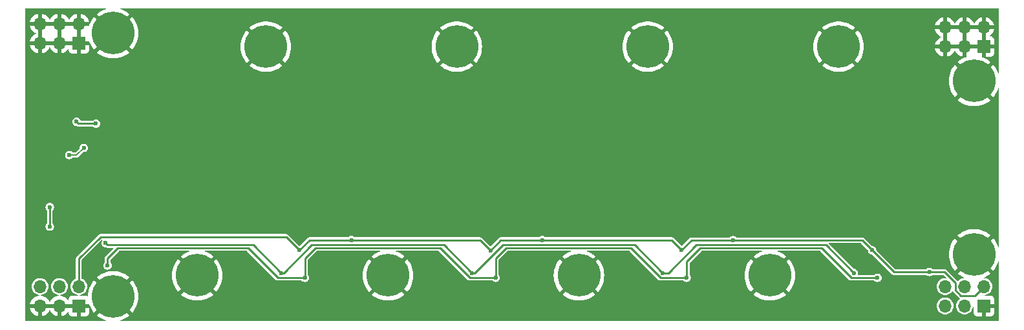
<source format=gbl>
G04 #@! TF.GenerationSoftware,KiCad,Pcbnew,8.0.7-8.0.7-0~ubuntu22.04.1*
G04 #@! TF.CreationDate,2025-03-20T12:44:00-04:00*
G04 #@! TF.ProjectId,trigger,74726967-6765-4722-9e6b-696361645f70,rev?*
G04 #@! TF.SameCoordinates,Original*
G04 #@! TF.FileFunction,Copper,L2,Bot*
G04 #@! TF.FilePolarity,Positive*
%FSLAX46Y46*%
G04 Gerber Fmt 4.6, Leading zero omitted, Abs format (unit mm)*
G04 Created by KiCad (PCBNEW 8.0.7-8.0.7-0~ubuntu22.04.1) date 2025-03-20 12:44:00*
%MOMM*%
%LPD*%
G01*
G04 APERTURE LIST*
G04 #@! TA.AperFunction,ComponentPad*
%ADD10C,5.600000*%
G04 #@! TD*
G04 #@! TA.AperFunction,HeatsinkPad*
%ADD11C,0.600000*%
G04 #@! TD*
G04 #@! TA.AperFunction,HeatsinkPad*
%ADD12R,2.500000X2.500000*%
G04 #@! TD*
G04 #@! TA.AperFunction,ComponentPad*
%ADD13O,1.700000X1.700000*%
G04 #@! TD*
G04 #@! TA.AperFunction,ComponentPad*
%ADD14R,1.700000X1.700000*%
G04 #@! TD*
G04 #@! TA.AperFunction,ViaPad*
%ADD15C,0.600000*%
G04 #@! TD*
G04 #@! TA.AperFunction,Conductor*
%ADD16C,0.254000*%
G04 #@! TD*
G04 #@! TA.AperFunction,Conductor*
%ADD17C,0.200000*%
G04 #@! TD*
G04 APERTURE END LIST*
D10*
X197250000Y-112250000D03*
X197250000Y-89500000D03*
X84500000Y-117750000D03*
X84500000Y-83250000D03*
X170500000Y-115000000D03*
X179500000Y-85000000D03*
X145500000Y-115000000D03*
X154500000Y-85000000D03*
X120500000Y-115000000D03*
X129500000Y-85000000D03*
X95500000Y-115000000D03*
X104500000Y-85000000D03*
D11*
X80600000Y-107062500D03*
X80600000Y-106062500D03*
X80600000Y-105062500D03*
X79600000Y-107062500D03*
X79600000Y-106062500D03*
D12*
X79600000Y-106062500D03*
D11*
X79600000Y-105062500D03*
X78600000Y-107062500D03*
X78600000Y-106062500D03*
X78600000Y-105062500D03*
X80700000Y-90700000D03*
X79700000Y-90700000D03*
X78700000Y-90700000D03*
X80700000Y-91700000D03*
X79700000Y-91700000D03*
D12*
X79700000Y-91700000D03*
D11*
X78700000Y-91700000D03*
X80700000Y-92700000D03*
X79700000Y-92700000D03*
X78700000Y-92700000D03*
D13*
X74920000Y-82000000D03*
X77460000Y-82000000D03*
X80000000Y-82000000D03*
X74920000Y-84540000D03*
X77460000Y-84540000D03*
D14*
X80000000Y-84540000D03*
D13*
X193460000Y-116460000D03*
X196000000Y-116460000D03*
X198540000Y-116460000D03*
X193460000Y-119000000D03*
X196000000Y-119000000D03*
D14*
X198540000Y-119000000D03*
D13*
X193460000Y-82460000D03*
X196000000Y-82460000D03*
X198540000Y-82460000D03*
X193460000Y-85000000D03*
X196000000Y-85000000D03*
D14*
X198540000Y-85000000D03*
D13*
X74920000Y-116460000D03*
X77460000Y-116460000D03*
X80000000Y-116460000D03*
X74920000Y-119000000D03*
X77460000Y-119000000D03*
D14*
X80000000Y-119000000D03*
D15*
X78750000Y-99225000D03*
X80650000Y-98275000D03*
X103000000Y-101500000D03*
X101500000Y-103000000D03*
X97000000Y-98500000D03*
X98500000Y-97000000D03*
X128000000Y-101500000D03*
X126500000Y-103000000D03*
X122000000Y-98500000D03*
X123500000Y-97000000D03*
X147000000Y-98500000D03*
X148500000Y-97000000D03*
X151500000Y-103000000D03*
X153000000Y-101500000D03*
X178000000Y-101500000D03*
X176500000Y-103000000D03*
X172000000Y-98500000D03*
X173500000Y-97000000D03*
X173500000Y-98500000D03*
X148500000Y-98500000D03*
X123500000Y-98500000D03*
X98500000Y-98500000D03*
X100000000Y-100000000D03*
X125000000Y-100000000D03*
X150000000Y-100000000D03*
X175000000Y-100000000D03*
X160650000Y-113550000D03*
X135600000Y-113550000D03*
X110600000Y-113550000D03*
X77400000Y-102200000D03*
X73775000Y-96925000D03*
X77550000Y-95575000D03*
X87450000Y-106475000D03*
X100000000Y-118000000D03*
X175000000Y-118000000D03*
X150000000Y-118000000D03*
X125000000Y-118000000D03*
X82250000Y-95100000D03*
X79700000Y-94850000D03*
X92000000Y-97500000D03*
X129000000Y-107750000D03*
X94250000Y-96000000D03*
X95000000Y-95000000D03*
X137500000Y-105000000D03*
X117000000Y-96000000D03*
X170000000Y-105000000D03*
X170000000Y-96000000D03*
X112500000Y-97500000D03*
X167000000Y-96000000D03*
X132500000Y-107500000D03*
X118500000Y-96000000D03*
X152550000Y-107750000D03*
X141250000Y-97500000D03*
X102525000Y-107750000D03*
X168500000Y-96000000D03*
X92000000Y-96000000D03*
X166250000Y-97500000D03*
X143500000Y-97500000D03*
X107500000Y-107500000D03*
X94250000Y-97500000D03*
X165500000Y-96000000D03*
X129000000Y-104750000D03*
X140500000Y-96000000D03*
X116250000Y-96000000D03*
X179000000Y-108500000D03*
X162500000Y-92500000D03*
X152550000Y-108500000D03*
X127525000Y-105500000D03*
X197500000Y-95000000D03*
X152550000Y-106250000D03*
X179000000Y-105500000D03*
X127525000Y-107750000D03*
X137500000Y-97500000D03*
X154000000Y-107000000D03*
X90500000Y-96000000D03*
X115000000Y-85000000D03*
X155000000Y-105000000D03*
X117000000Y-97500000D03*
X182500000Y-92500000D03*
X140000000Y-85000000D03*
X117500000Y-107500000D03*
X177550000Y-108500000D03*
X145000000Y-97500000D03*
X95000000Y-96000000D03*
X162500000Y-105000000D03*
X127525000Y-107000000D03*
X157500000Y-107500000D03*
X130000000Y-95000000D03*
X137500000Y-92500000D03*
X105000000Y-117500000D03*
X167750000Y-97500000D03*
X129000000Y-106250000D03*
X180000000Y-117500000D03*
X152550000Y-104750000D03*
X154000000Y-107750000D03*
X120000000Y-97500000D03*
X127525000Y-104750000D03*
X167500000Y-92500000D03*
X154000000Y-105500000D03*
X129000000Y-105500000D03*
X107500000Y-92500000D03*
X169250000Y-97500000D03*
X167000000Y-97500000D03*
X142500000Y-107500000D03*
X152550000Y-107000000D03*
X120000000Y-95000000D03*
X177550000Y-105500000D03*
X116250000Y-97500000D03*
X179000000Y-109250000D03*
X102525000Y-105500000D03*
X185000000Y-85000000D03*
X179000000Y-106250000D03*
X185000000Y-109000000D03*
X92750000Y-97500000D03*
X129000000Y-108500000D03*
X167750000Y-96000000D03*
X142000000Y-97500000D03*
X120000000Y-85000000D03*
X105000000Y-95000000D03*
X155000000Y-95000000D03*
X177550000Y-107750000D03*
X187500000Y-105000000D03*
X95000000Y-97500000D03*
X112500000Y-92500000D03*
X102525000Y-108500000D03*
X129000000Y-109250000D03*
X104000000Y-104750000D03*
X87500000Y-92500000D03*
X170000000Y-95000000D03*
X104000000Y-106250000D03*
X140500000Y-97500000D03*
X130000000Y-105000000D03*
X86225000Y-95200000D03*
X117750000Y-97500000D03*
X93500000Y-97500000D03*
X91250000Y-96000000D03*
X112500000Y-105000000D03*
X154000000Y-108500000D03*
X154000000Y-106250000D03*
X83000000Y-104000000D03*
X87500000Y-97500000D03*
X115500000Y-96000000D03*
X92750000Y-96000000D03*
X143500000Y-96000000D03*
X166250000Y-96000000D03*
X142750000Y-97500000D03*
X177550000Y-107000000D03*
X75000000Y-90000000D03*
X90000000Y-115000000D03*
X145000000Y-105000000D03*
X170000000Y-85000000D03*
X179000000Y-107750000D03*
X154000000Y-109250000D03*
X152550000Y-105500000D03*
X179000000Y-104750000D03*
X142000000Y-96000000D03*
X115500000Y-97500000D03*
X152550000Y-109250000D03*
X77000000Y-113000000D03*
X104000000Y-105500000D03*
X177550000Y-104750000D03*
X197500000Y-105000000D03*
X127525000Y-109250000D03*
X100000000Y-85000000D03*
X118500000Y-97500000D03*
X102525000Y-104750000D03*
X90500000Y-97500000D03*
X168500000Y-97500000D03*
X130000000Y-117500000D03*
X160000000Y-109000000D03*
X117750000Y-96000000D03*
X75000000Y-87500000D03*
X184500000Y-113500000D03*
X165000000Y-85000000D03*
X145000000Y-96000000D03*
X180000000Y-95000000D03*
X135000000Y-109000000D03*
X175000000Y-115000000D03*
X75000000Y-111000000D03*
X177550000Y-109250000D03*
X144250000Y-97500000D03*
X145000000Y-85000000D03*
X169250000Y-96000000D03*
X182500000Y-107500000D03*
X105000000Y-105000000D03*
X129000000Y-107000000D03*
X90000000Y-85000000D03*
X100000000Y-115000000D03*
X102525000Y-106250000D03*
X187500000Y-95000000D03*
X104000000Y-107750000D03*
X95000000Y-85000000D03*
X165500000Y-97500000D03*
X170000000Y-97500000D03*
X179000000Y-107000000D03*
X104000000Y-108500000D03*
X92500000Y-107500000D03*
X75000000Y-113000000D03*
X162500000Y-97500000D03*
X91250000Y-97500000D03*
X157500000Y-92500000D03*
X144250000Y-96000000D03*
X92500000Y-92500000D03*
X110000000Y-109000000D03*
X145000000Y-95000000D03*
X102525000Y-107000000D03*
X119250000Y-97500000D03*
X95000000Y-105000000D03*
X167500000Y-107500000D03*
X142750000Y-96000000D03*
X127525000Y-106250000D03*
X76100000Y-104250000D03*
X120000000Y-105000000D03*
X75000000Y-92500000D03*
X154000000Y-104750000D03*
X117500000Y-92500000D03*
X155000000Y-117500000D03*
X125000000Y-115000000D03*
X127525000Y-108500000D03*
X180000000Y-105000000D03*
X150000000Y-115000000D03*
X104000000Y-107000000D03*
X120000000Y-96000000D03*
X132500000Y-92500000D03*
X93500000Y-96000000D03*
X177550000Y-106250000D03*
X119250000Y-96000000D03*
X142500000Y-92500000D03*
X141250000Y-96000000D03*
X158950000Y-111675000D03*
X115700000Y-110373000D03*
X76200000Y-108600000D03*
X140700000Y-110373000D03*
X165700000Y-110392000D03*
X191400000Y-114545000D03*
X76200000Y-106050000D03*
X133900000Y-111725000D03*
X183900000Y-111700000D03*
X108900000Y-111700000D03*
X106500000Y-114673000D03*
X181500000Y-114673000D03*
X131500000Y-114673000D03*
X156500000Y-114673000D03*
X83500000Y-110750000D03*
X134600000Y-115300000D03*
X83750000Y-113700000D03*
X184600000Y-115300000D03*
X109600000Y-115300000D03*
X159600000Y-115300000D03*
X102525000Y-109250000D03*
X104000000Y-109250000D03*
D16*
X108900000Y-111700000D02*
X107150000Y-109950000D01*
X107150000Y-109950000D02*
X82850000Y-109950000D01*
X82850000Y-109950000D02*
X80000000Y-112800000D01*
X80000000Y-112800000D02*
X80000000Y-116460000D01*
X83500000Y-110750000D02*
X83750000Y-111000000D01*
X83750000Y-111000000D02*
X102827000Y-111000000D01*
X102827000Y-111000000D02*
X106500000Y-114673000D01*
X191400000Y-114545000D02*
X193395530Y-114545000D01*
X194823000Y-115972470D02*
X194823000Y-116947530D01*
X193395530Y-114545000D02*
X194823000Y-115972470D01*
X194823000Y-116947530D02*
X195512470Y-117637000D01*
X195512470Y-117637000D02*
X197363000Y-117637000D01*
X197363000Y-117637000D02*
X198540000Y-116460000D01*
D17*
X78750000Y-99225000D02*
X79700000Y-99225000D01*
X79700000Y-99225000D02*
X80650000Y-98275000D01*
D16*
X79700000Y-94850000D02*
X79950000Y-95100000D01*
X79950000Y-95100000D02*
X82250000Y-95100000D01*
X135252000Y-110373000D02*
X133900000Y-111725000D01*
X110227000Y-110373000D02*
X108900000Y-111700000D01*
X132548000Y-110373000D02*
X115700000Y-110373000D01*
X182592000Y-110392000D02*
X165700000Y-110392000D01*
X186745000Y-114545000D02*
X183900000Y-111700000D01*
X76200000Y-106050000D02*
X76200000Y-108600000D01*
X140700000Y-110373000D02*
X135252000Y-110373000D01*
X133900000Y-111725000D02*
X132548000Y-110373000D01*
X158950000Y-111675000D02*
X157648000Y-110373000D01*
X157648000Y-110373000D02*
X140700000Y-110373000D01*
X183900000Y-111700000D02*
X182592000Y-110392000D01*
X160233000Y-110392000D02*
X158950000Y-111675000D01*
X165700000Y-110392000D02*
X160233000Y-110392000D01*
X191400000Y-114545000D02*
X186745000Y-114545000D01*
X115700000Y-110373000D02*
X110227000Y-110373000D01*
X108925000Y-111725000D02*
X108900000Y-111700000D01*
X131500000Y-114673000D02*
X127827000Y-111000000D01*
X156500000Y-114673000D02*
X152827000Y-111000000D01*
X177846000Y-111019000D02*
X160881000Y-111019000D01*
X127827000Y-111000000D02*
X110486712Y-111000000D01*
X152827000Y-111000000D02*
X135511712Y-111000000D01*
X106813712Y-114673000D02*
X106500000Y-114673000D01*
X131838712Y-114673000D02*
X131500000Y-114673000D01*
X110486712Y-111000000D02*
X106813712Y-114673000D01*
X181500000Y-114673000D02*
X177846000Y-111019000D01*
X135511712Y-111000000D02*
X131838712Y-114673000D01*
X160881000Y-111019000D02*
X157227000Y-114673000D01*
X157227000Y-114673000D02*
X156500000Y-114673000D01*
X161400000Y-111400000D02*
X159600000Y-113200000D01*
X134600000Y-113500000D02*
X134600000Y-115300000D01*
X111000000Y-111400000D02*
X109600000Y-112800000D01*
X152300000Y-111400000D02*
X136000000Y-111400000D01*
X159600000Y-115300000D02*
X156200000Y-115300000D01*
X159600000Y-113200000D02*
X159600000Y-113500000D01*
X109600000Y-115300000D02*
X106100000Y-115300000D01*
X106100000Y-115300000D02*
X102200000Y-111400000D01*
X177300000Y-111400000D02*
X161400000Y-111400000D01*
X109600000Y-113500000D02*
X109600000Y-115300000D01*
X181200000Y-115300000D02*
X177300000Y-111400000D01*
X83750000Y-112750000D02*
X83750000Y-113700000D01*
X102200000Y-111400000D02*
X85100000Y-111400000D01*
X136000000Y-111400000D02*
X134600000Y-112800000D01*
X109600000Y-112800000D02*
X109600000Y-113500000D01*
X127300000Y-111400000D02*
X111000000Y-111400000D01*
X156200000Y-115300000D02*
X152300000Y-111400000D01*
X134600000Y-112800000D02*
X134600000Y-113500000D01*
X85100000Y-111400000D02*
X83750000Y-112750000D01*
X134600000Y-115300000D02*
X131200000Y-115300000D01*
X159600000Y-113500000D02*
X159600000Y-115300000D01*
X184600000Y-115300000D02*
X181200000Y-115300000D01*
X131200000Y-115300000D02*
X127300000Y-111400000D01*
G04 #@! TA.AperFunction,Conductor*
G36*
X83544875Y-80014852D02*
G01*
X83559227Y-80049500D01*
X83544875Y-80084148D01*
X83525873Y-80095935D01*
X83276744Y-80179875D01*
X82951983Y-80330127D01*
X82645366Y-80514611D01*
X82360486Y-80731171D01*
X82347255Y-80743702D01*
X83559301Y-81955748D01*
X83457670Y-82029588D01*
X83279588Y-82207670D01*
X83205748Y-82309301D01*
X81996443Y-81099995D01*
X81996442Y-81099995D01*
X81869030Y-81249996D01*
X81668222Y-81546164D01*
X81668218Y-81546172D01*
X81500602Y-81862329D01*
X81500600Y-81862334D01*
X81405000Y-82102274D01*
X81405000Y-82201000D01*
X81390648Y-82235648D01*
X81356000Y-82250000D01*
X80433012Y-82250000D01*
X80465925Y-82192993D01*
X80500000Y-82065826D01*
X80500000Y-81934174D01*
X80465925Y-81807007D01*
X80433012Y-81750000D01*
X81330636Y-81750000D01*
X81330636Y-81749999D01*
X81273433Y-81536516D01*
X81273432Y-81536511D01*
X81173601Y-81322423D01*
X81173594Y-81322411D01*
X81038114Y-81128927D01*
X81038108Y-81128920D01*
X80871079Y-80961891D01*
X80871072Y-80961885D01*
X80677589Y-80826405D01*
X80677577Y-80826398D01*
X80463488Y-80726568D01*
X80463483Y-80726566D01*
X80250000Y-80669363D01*
X80250000Y-81566988D01*
X80192993Y-81534075D01*
X80065826Y-81500000D01*
X79934174Y-81500000D01*
X79807007Y-81534075D01*
X79750000Y-81566988D01*
X79750000Y-80669363D01*
X79749999Y-80669363D01*
X79536516Y-80726566D01*
X79536511Y-80726567D01*
X79322423Y-80826398D01*
X79322411Y-80826405D01*
X79128927Y-80961885D01*
X79128920Y-80961891D01*
X78961891Y-81128920D01*
X78961885Y-81128927D01*
X78826405Y-81322411D01*
X78826398Y-81322423D01*
X78774409Y-81433916D01*
X78746759Y-81459253D01*
X78709292Y-81457617D01*
X78685591Y-81433916D01*
X78633601Y-81322423D01*
X78633594Y-81322411D01*
X78498114Y-81128927D01*
X78498108Y-81128920D01*
X78331079Y-80961891D01*
X78331072Y-80961885D01*
X78137589Y-80826405D01*
X78137577Y-80826398D01*
X77923488Y-80726568D01*
X77923483Y-80726566D01*
X77710000Y-80669363D01*
X77710000Y-81566988D01*
X77652993Y-81534075D01*
X77525826Y-81500000D01*
X77394174Y-81500000D01*
X77267007Y-81534075D01*
X77210000Y-81566988D01*
X77210000Y-80669363D01*
X76996516Y-80726566D01*
X76996511Y-80726567D01*
X76782423Y-80826398D01*
X76782411Y-80826405D01*
X76588927Y-80961885D01*
X76588920Y-80961891D01*
X76421891Y-81128920D01*
X76421885Y-81128927D01*
X76286405Y-81322411D01*
X76286398Y-81322423D01*
X76234409Y-81433916D01*
X76206759Y-81459253D01*
X76169292Y-81457617D01*
X76145591Y-81433916D01*
X76093601Y-81322423D01*
X76093594Y-81322411D01*
X75958114Y-81128927D01*
X75958108Y-81128920D01*
X75791079Y-80961891D01*
X75791072Y-80961885D01*
X75597589Y-80826405D01*
X75597577Y-80826398D01*
X75383488Y-80726568D01*
X75383483Y-80726566D01*
X75170000Y-80669363D01*
X75170000Y-81566988D01*
X75112993Y-81534075D01*
X74985826Y-81500000D01*
X74854174Y-81500000D01*
X74727007Y-81534075D01*
X74670000Y-81566988D01*
X74670000Y-80669363D01*
X74669999Y-80669363D01*
X74456516Y-80726566D01*
X74456511Y-80726567D01*
X74242423Y-80826398D01*
X74242411Y-80826405D01*
X74048927Y-80961885D01*
X74048920Y-80961891D01*
X73881891Y-81128920D01*
X73881885Y-81128927D01*
X73746405Y-81322411D01*
X73746398Y-81322423D01*
X73646567Y-81536511D01*
X73646566Y-81536516D01*
X73589363Y-81749999D01*
X73589364Y-81750000D01*
X74486988Y-81750000D01*
X74454075Y-81807007D01*
X74420000Y-81934174D01*
X74420000Y-82065826D01*
X74454075Y-82192993D01*
X74486988Y-82250000D01*
X73589363Y-82250000D01*
X73646566Y-82463483D01*
X73646568Y-82463488D01*
X73746398Y-82677577D01*
X73746405Y-82677589D01*
X73881885Y-82871072D01*
X73881891Y-82871079D01*
X74048920Y-83038108D01*
X74048927Y-83038114D01*
X74242410Y-83173594D01*
X74242422Y-83173601D01*
X74353915Y-83225591D01*
X74379252Y-83253241D01*
X74377616Y-83290708D01*
X74353916Y-83314409D01*
X74242419Y-83366401D01*
X74242411Y-83366405D01*
X74048927Y-83501885D01*
X74048920Y-83501891D01*
X73881891Y-83668920D01*
X73881885Y-83668927D01*
X73746405Y-83862411D01*
X73746398Y-83862423D01*
X73646567Y-84076511D01*
X73646566Y-84076516D01*
X73589363Y-84289999D01*
X73589364Y-84290000D01*
X74486988Y-84290000D01*
X74454075Y-84347007D01*
X74420000Y-84474174D01*
X74420000Y-84605826D01*
X74454075Y-84732993D01*
X74486988Y-84790000D01*
X73589363Y-84790000D01*
X73646566Y-85003483D01*
X73646568Y-85003488D01*
X73746398Y-85217577D01*
X73746405Y-85217589D01*
X73881885Y-85411072D01*
X73881891Y-85411079D01*
X74048920Y-85578108D01*
X74048927Y-85578114D01*
X74242410Y-85713594D01*
X74242422Y-85713601D01*
X74456511Y-85813431D01*
X74456516Y-85813433D01*
X74670000Y-85870634D01*
X74670000Y-84973012D01*
X74727007Y-85005925D01*
X74854174Y-85040000D01*
X74985826Y-85040000D01*
X75112993Y-85005925D01*
X75170000Y-84973012D01*
X75170000Y-85870634D01*
X75383483Y-85813433D01*
X75383488Y-85813431D01*
X75597577Y-85713601D01*
X75597589Y-85713594D01*
X75791072Y-85578114D01*
X75791079Y-85578108D01*
X75958108Y-85411079D01*
X75958114Y-85411072D01*
X76093594Y-85217589D01*
X76093600Y-85217577D01*
X76145591Y-85106083D01*
X76173241Y-85080746D01*
X76210708Y-85082382D01*
X76234409Y-85106083D01*
X76286399Y-85217577D01*
X76286405Y-85217589D01*
X76421885Y-85411072D01*
X76421891Y-85411079D01*
X76588920Y-85578108D01*
X76588927Y-85578114D01*
X76782410Y-85713594D01*
X76782422Y-85713601D01*
X76996511Y-85813431D01*
X76996516Y-85813433D01*
X77210000Y-85870634D01*
X77210000Y-84973012D01*
X77267007Y-85005925D01*
X77394174Y-85040000D01*
X77525826Y-85040000D01*
X77652993Y-85005925D01*
X77710000Y-84973012D01*
X77710000Y-85870634D01*
X77923483Y-85813433D01*
X77923488Y-85813431D01*
X78137577Y-85713601D01*
X78137589Y-85713594D01*
X78331072Y-85578114D01*
X78331079Y-85578108D01*
X78498108Y-85411079D01*
X78498114Y-85411072D01*
X78560862Y-85321460D01*
X78592491Y-85301309D01*
X78629105Y-85309427D01*
X78649256Y-85341056D01*
X78650000Y-85349565D01*
X78650000Y-85437834D01*
X78656401Y-85497372D01*
X78656401Y-85497373D01*
X78706648Y-85632091D01*
X78792811Y-85747188D01*
X78907908Y-85833351D01*
X79042626Y-85883598D01*
X79102166Y-85890000D01*
X79750000Y-85890000D01*
X79750000Y-84973012D01*
X79807007Y-85005925D01*
X79934174Y-85040000D01*
X80065826Y-85040000D01*
X80192993Y-85005925D01*
X80250000Y-84973012D01*
X80250000Y-85890000D01*
X80897834Y-85890000D01*
X80957372Y-85883598D01*
X80957373Y-85883598D01*
X81092091Y-85833351D01*
X81207188Y-85747188D01*
X81293351Y-85632091D01*
X81343598Y-85497373D01*
X81343598Y-85497372D01*
X81350000Y-85437834D01*
X81350000Y-84790000D01*
X80433012Y-84790000D01*
X80465925Y-84732993D01*
X80500000Y-84605826D01*
X80500000Y-84474174D01*
X80465925Y-84347007D01*
X80433012Y-84290000D01*
X81356000Y-84290000D01*
X81390648Y-84304352D01*
X81405000Y-84339000D01*
X81405000Y-84397724D01*
X81500600Y-84637665D01*
X81500602Y-84637670D01*
X81668218Y-84953827D01*
X81668222Y-84953835D01*
X81869028Y-85250000D01*
X81996441Y-85400003D01*
X81996442Y-85400004D01*
X83205748Y-84190698D01*
X83279588Y-84292330D01*
X83457670Y-84470412D01*
X83559300Y-84544251D01*
X82347255Y-85756295D01*
X82360475Y-85768819D01*
X82645366Y-85985388D01*
X82951983Y-86169872D01*
X83276744Y-86320124D01*
X83615861Y-86434385D01*
X83965325Y-86511309D01*
X84321083Y-86549999D01*
X84321084Y-86550000D01*
X84678916Y-86550000D01*
X84678916Y-86549999D01*
X85034674Y-86511309D01*
X85384137Y-86434385D01*
X85384140Y-86434385D01*
X85723255Y-86320124D01*
X86048016Y-86169872D01*
X86354633Y-85985388D01*
X86639519Y-85768823D01*
X86639520Y-85768823D01*
X86652742Y-85756297D01*
X86652742Y-85756295D01*
X85440698Y-84544251D01*
X85542330Y-84470412D01*
X85720412Y-84292330D01*
X85794251Y-84190699D01*
X87003556Y-85400004D01*
X87003557Y-85400003D01*
X87130971Y-85250000D01*
X87130972Y-85250000D01*
X87300478Y-84999998D01*
X101195153Y-84999998D01*
X101195153Y-85000001D01*
X101214525Y-85357309D01*
X101214526Y-85357313D01*
X101272418Y-85710445D01*
X101368148Y-86055235D01*
X101368151Y-86055244D01*
X101500600Y-86387665D01*
X101500602Y-86387670D01*
X101668218Y-86703827D01*
X101668222Y-86703835D01*
X101869030Y-87000003D01*
X101996441Y-87150003D01*
X101996442Y-87150004D01*
X103205748Y-85940698D01*
X103279588Y-86042330D01*
X103457670Y-86220412D01*
X103559300Y-86294251D01*
X102347255Y-87506295D01*
X102360475Y-87518819D01*
X102645366Y-87735388D01*
X102951983Y-87919872D01*
X103276744Y-88070124D01*
X103615861Y-88184385D01*
X103965325Y-88261309D01*
X104321083Y-88299999D01*
X104321084Y-88300000D01*
X104678916Y-88300000D01*
X104678916Y-88299999D01*
X105034674Y-88261309D01*
X105384137Y-88184385D01*
X105384140Y-88184385D01*
X105723255Y-88070124D01*
X106048016Y-87919872D01*
X106354633Y-87735388D01*
X106639519Y-87518823D01*
X106639520Y-87518823D01*
X106652742Y-87506297D01*
X106652742Y-87506295D01*
X105440698Y-86294251D01*
X105542330Y-86220412D01*
X105720412Y-86042330D01*
X105794251Y-85940699D01*
X107003556Y-87150004D01*
X107003557Y-87150003D01*
X107130969Y-87000003D01*
X107331777Y-86703835D01*
X107331781Y-86703827D01*
X107499397Y-86387670D01*
X107499399Y-86387665D01*
X107631848Y-86055244D01*
X107631851Y-86055235D01*
X107727581Y-85710445D01*
X107785473Y-85357313D01*
X107785474Y-85357309D01*
X107804847Y-85000001D01*
X107804847Y-84999998D01*
X126195153Y-84999998D01*
X126195153Y-85000001D01*
X126214525Y-85357309D01*
X126214526Y-85357313D01*
X126272418Y-85710445D01*
X126368148Y-86055235D01*
X126368151Y-86055244D01*
X126500600Y-86387665D01*
X126500602Y-86387670D01*
X126668218Y-86703827D01*
X126668222Y-86703835D01*
X126869030Y-87000003D01*
X126996441Y-87150003D01*
X126996442Y-87150004D01*
X128205748Y-85940698D01*
X128279588Y-86042330D01*
X128457670Y-86220412D01*
X128559300Y-86294251D01*
X127347255Y-87506295D01*
X127360475Y-87518819D01*
X127645366Y-87735388D01*
X127951983Y-87919872D01*
X128276744Y-88070124D01*
X128615861Y-88184385D01*
X128965325Y-88261309D01*
X129321083Y-88299999D01*
X129321084Y-88300000D01*
X129678916Y-88300000D01*
X129678916Y-88299999D01*
X130034674Y-88261309D01*
X130384137Y-88184385D01*
X130384140Y-88184385D01*
X130723255Y-88070124D01*
X131048016Y-87919872D01*
X131354633Y-87735388D01*
X131639519Y-87518823D01*
X131639520Y-87518823D01*
X131652742Y-87506297D01*
X131652742Y-87506295D01*
X130440698Y-86294251D01*
X130542330Y-86220412D01*
X130720412Y-86042330D01*
X130794251Y-85940699D01*
X132003556Y-87150004D01*
X132003557Y-87150003D01*
X132130969Y-87000003D01*
X132331777Y-86703835D01*
X132331781Y-86703827D01*
X132499397Y-86387670D01*
X132499399Y-86387665D01*
X132631848Y-86055244D01*
X132631851Y-86055235D01*
X132727581Y-85710445D01*
X132785473Y-85357313D01*
X132785474Y-85357309D01*
X132804847Y-85000001D01*
X132804847Y-84999998D01*
X151195153Y-84999998D01*
X151195153Y-85000001D01*
X151214525Y-85357309D01*
X151214526Y-85357313D01*
X151272418Y-85710445D01*
X151368148Y-86055235D01*
X151368151Y-86055244D01*
X151500600Y-86387665D01*
X151500602Y-86387670D01*
X151668218Y-86703827D01*
X151668222Y-86703835D01*
X151869030Y-87000003D01*
X151996441Y-87150003D01*
X151996442Y-87150004D01*
X153205748Y-85940698D01*
X153279588Y-86042330D01*
X153457670Y-86220412D01*
X153559300Y-86294251D01*
X152347255Y-87506295D01*
X152360475Y-87518819D01*
X152645366Y-87735388D01*
X152951983Y-87919872D01*
X153276744Y-88070124D01*
X153615861Y-88184385D01*
X153965325Y-88261309D01*
X154321083Y-88299999D01*
X154321084Y-88300000D01*
X154678916Y-88300000D01*
X154678916Y-88299999D01*
X155034674Y-88261309D01*
X155384137Y-88184385D01*
X155384140Y-88184385D01*
X155723255Y-88070124D01*
X156048016Y-87919872D01*
X156354633Y-87735388D01*
X156639519Y-87518823D01*
X156639520Y-87518823D01*
X156652742Y-87506297D01*
X156652742Y-87506295D01*
X155440698Y-86294251D01*
X155542330Y-86220412D01*
X155720412Y-86042330D01*
X155794251Y-85940699D01*
X157003556Y-87150004D01*
X157003557Y-87150003D01*
X157130969Y-87000003D01*
X157331777Y-86703835D01*
X157331781Y-86703827D01*
X157499397Y-86387670D01*
X157499399Y-86387665D01*
X157631848Y-86055244D01*
X157631851Y-86055235D01*
X157727581Y-85710445D01*
X157785473Y-85357313D01*
X157785474Y-85357309D01*
X157804847Y-85000001D01*
X157804847Y-84999998D01*
X176195153Y-84999998D01*
X176195153Y-85000001D01*
X176214525Y-85357309D01*
X176214526Y-85357313D01*
X176272418Y-85710445D01*
X176368148Y-86055235D01*
X176368151Y-86055244D01*
X176500600Y-86387665D01*
X176500602Y-86387670D01*
X176668218Y-86703827D01*
X176668222Y-86703835D01*
X176869030Y-87000003D01*
X176996441Y-87150003D01*
X176996442Y-87150004D01*
X178205748Y-85940698D01*
X178279588Y-86042330D01*
X178457670Y-86220412D01*
X178559300Y-86294251D01*
X177347255Y-87506295D01*
X177360475Y-87518819D01*
X177645366Y-87735388D01*
X177951983Y-87919872D01*
X178276744Y-88070124D01*
X178615861Y-88184385D01*
X178965325Y-88261309D01*
X179321083Y-88299999D01*
X179321084Y-88300000D01*
X179678916Y-88300000D01*
X179678916Y-88299999D01*
X180034674Y-88261309D01*
X180384137Y-88184385D01*
X180384140Y-88184385D01*
X180723255Y-88070124D01*
X181048016Y-87919872D01*
X181354633Y-87735388D01*
X181639519Y-87518823D01*
X181639520Y-87518823D01*
X181652742Y-87506297D01*
X181652742Y-87506295D01*
X180440698Y-86294251D01*
X180542330Y-86220412D01*
X180720412Y-86042330D01*
X180794251Y-85940699D01*
X182003556Y-87150004D01*
X182003557Y-87150003D01*
X182130969Y-87000003D01*
X182331777Y-86703835D01*
X182331781Y-86703827D01*
X182499397Y-86387670D01*
X182499399Y-86387665D01*
X182631848Y-86055244D01*
X182631851Y-86055235D01*
X182727581Y-85710445D01*
X182785473Y-85357313D01*
X182785474Y-85357309D01*
X182804847Y-85000001D01*
X182804847Y-84999998D01*
X182785474Y-84642690D01*
X182785473Y-84642686D01*
X182727581Y-84289554D01*
X182631851Y-83944764D01*
X182631848Y-83944755D01*
X182499399Y-83612334D01*
X182499397Y-83612329D01*
X182331781Y-83296172D01*
X182331777Y-83296164D01*
X182130969Y-82999996D01*
X182003557Y-82849995D01*
X182003556Y-82849994D01*
X180794250Y-84059300D01*
X180720412Y-83957670D01*
X180542330Y-83779588D01*
X180440698Y-83705747D01*
X181652743Y-82493703D01*
X181639518Y-82481176D01*
X181354633Y-82264611D01*
X181048016Y-82080127D01*
X180723255Y-81929875D01*
X180384138Y-81815614D01*
X180034674Y-81738690D01*
X179678916Y-81700000D01*
X179321083Y-81700000D01*
X178965325Y-81738690D01*
X178615862Y-81815614D01*
X178615859Y-81815614D01*
X178276744Y-81929875D01*
X177951983Y-82080127D01*
X177645366Y-82264611D01*
X177360486Y-82481171D01*
X177347255Y-82493702D01*
X178559301Y-83705748D01*
X178457670Y-83779588D01*
X178279588Y-83957670D01*
X178205748Y-84059301D01*
X176996443Y-82849995D01*
X176996442Y-82849995D01*
X176869030Y-82999996D01*
X176668222Y-83296164D01*
X176668218Y-83296172D01*
X176500602Y-83612329D01*
X176500600Y-83612334D01*
X176368151Y-83944755D01*
X176368148Y-83944764D01*
X176272418Y-84289554D01*
X176214526Y-84642686D01*
X176214525Y-84642690D01*
X176195153Y-84999998D01*
X157804847Y-84999998D01*
X157785474Y-84642690D01*
X157785473Y-84642686D01*
X157727581Y-84289554D01*
X157631851Y-83944764D01*
X157631848Y-83944755D01*
X157499399Y-83612334D01*
X157499397Y-83612329D01*
X157331781Y-83296172D01*
X157331777Y-83296164D01*
X157130969Y-82999996D01*
X157003557Y-82849995D01*
X157003556Y-82849994D01*
X155794250Y-84059300D01*
X155720412Y-83957670D01*
X155542330Y-83779588D01*
X155440698Y-83705747D01*
X156652743Y-82493703D01*
X156639518Y-82481176D01*
X156354633Y-82264611D01*
X156048016Y-82080127D01*
X155723255Y-81929875D01*
X155384138Y-81815614D01*
X155034674Y-81738690D01*
X154678916Y-81700000D01*
X154321083Y-81700000D01*
X153965325Y-81738690D01*
X153615862Y-81815614D01*
X153615859Y-81815614D01*
X153276744Y-81929875D01*
X152951983Y-82080127D01*
X152645366Y-82264611D01*
X152360486Y-82481171D01*
X152347255Y-82493702D01*
X153559301Y-83705748D01*
X153457670Y-83779588D01*
X153279588Y-83957670D01*
X153205748Y-84059301D01*
X151996443Y-82849995D01*
X151996442Y-82849995D01*
X151869030Y-82999996D01*
X151668222Y-83296164D01*
X151668218Y-83296172D01*
X151500602Y-83612329D01*
X151500600Y-83612334D01*
X151368151Y-83944755D01*
X151368148Y-83944764D01*
X151272418Y-84289554D01*
X151214526Y-84642686D01*
X151214525Y-84642690D01*
X151195153Y-84999998D01*
X132804847Y-84999998D01*
X132785474Y-84642690D01*
X132785473Y-84642686D01*
X132727581Y-84289554D01*
X132631851Y-83944764D01*
X132631848Y-83944755D01*
X132499399Y-83612334D01*
X132499397Y-83612329D01*
X132331781Y-83296172D01*
X132331777Y-83296164D01*
X132130969Y-82999996D01*
X132003557Y-82849995D01*
X132003556Y-82849994D01*
X130794250Y-84059300D01*
X130720412Y-83957670D01*
X130542330Y-83779588D01*
X130440698Y-83705747D01*
X131652743Y-82493703D01*
X131639518Y-82481176D01*
X131354633Y-82264611D01*
X131048016Y-82080127D01*
X130723255Y-81929875D01*
X130384138Y-81815614D01*
X130034674Y-81738690D01*
X129678916Y-81700000D01*
X129321083Y-81700000D01*
X128965325Y-81738690D01*
X128615862Y-81815614D01*
X128615859Y-81815614D01*
X128276744Y-81929875D01*
X127951983Y-82080127D01*
X127645366Y-82264611D01*
X127360486Y-82481171D01*
X127347255Y-82493702D01*
X128559301Y-83705748D01*
X128457670Y-83779588D01*
X128279588Y-83957670D01*
X128205748Y-84059301D01*
X126996443Y-82849995D01*
X126996442Y-82849995D01*
X126869030Y-82999996D01*
X126668222Y-83296164D01*
X126668218Y-83296172D01*
X126500602Y-83612329D01*
X126500600Y-83612334D01*
X126368151Y-83944755D01*
X126368148Y-83944764D01*
X126272418Y-84289554D01*
X126214526Y-84642686D01*
X126214525Y-84642690D01*
X126195153Y-84999998D01*
X107804847Y-84999998D01*
X107785474Y-84642690D01*
X107785473Y-84642686D01*
X107727581Y-84289554D01*
X107631851Y-83944764D01*
X107631848Y-83944755D01*
X107499399Y-83612334D01*
X107499397Y-83612329D01*
X107331781Y-83296172D01*
X107331777Y-83296164D01*
X107130969Y-82999996D01*
X107003557Y-82849995D01*
X107003556Y-82849994D01*
X105794250Y-84059300D01*
X105720412Y-83957670D01*
X105542330Y-83779588D01*
X105440698Y-83705747D01*
X106652743Y-82493703D01*
X106639518Y-82481176D01*
X106354633Y-82264611D01*
X106048016Y-82080127D01*
X105723255Y-81929875D01*
X105384138Y-81815614D01*
X105034674Y-81738690D01*
X104678916Y-81700000D01*
X104321083Y-81700000D01*
X103965325Y-81738690D01*
X103615862Y-81815614D01*
X103615859Y-81815614D01*
X103276744Y-81929875D01*
X102951983Y-82080127D01*
X102645366Y-82264611D01*
X102360486Y-82481171D01*
X102347255Y-82493702D01*
X103559301Y-83705748D01*
X103457670Y-83779588D01*
X103279588Y-83957670D01*
X103205748Y-84059301D01*
X101996443Y-82849995D01*
X101996442Y-82849995D01*
X101869030Y-82999996D01*
X101668222Y-83296164D01*
X101668218Y-83296172D01*
X101500602Y-83612329D01*
X101500600Y-83612334D01*
X101368151Y-83944755D01*
X101368148Y-83944764D01*
X101272418Y-84289554D01*
X101214526Y-84642686D01*
X101214525Y-84642690D01*
X101195153Y-84999998D01*
X87300478Y-84999998D01*
X87331777Y-84953835D01*
X87331781Y-84953827D01*
X87499397Y-84637670D01*
X87499399Y-84637665D01*
X87631848Y-84305244D01*
X87631851Y-84305235D01*
X87727581Y-83960445D01*
X87785473Y-83607313D01*
X87785474Y-83607309D01*
X87804847Y-83250001D01*
X87804847Y-83249998D01*
X87785474Y-82892690D01*
X87785473Y-82892686D01*
X87727581Y-82539554D01*
X87631851Y-82194764D01*
X87631848Y-82194755D01*
X87499399Y-81862334D01*
X87499397Y-81862329D01*
X87331781Y-81546172D01*
X87331777Y-81546164D01*
X87130969Y-81249996D01*
X87003557Y-81099995D01*
X87003556Y-81099994D01*
X85794250Y-82309300D01*
X85720412Y-82207670D01*
X85542330Y-82029588D01*
X85440698Y-81955747D01*
X86652743Y-80743703D01*
X86639518Y-80731176D01*
X86354633Y-80514611D01*
X86048016Y-80330127D01*
X85723255Y-80179875D01*
X85474127Y-80095935D01*
X85445875Y-80071271D01*
X85443338Y-80033854D01*
X85468002Y-80005602D01*
X85489773Y-80000500D01*
X200450500Y-80000500D01*
X200485148Y-80014852D01*
X200499500Y-80049500D01*
X200499500Y-88508856D01*
X200485148Y-88543504D01*
X200450500Y-88557856D01*
X200415852Y-88543504D01*
X200403286Y-88521965D01*
X200381851Y-88444764D01*
X200381848Y-88444755D01*
X200249399Y-88112334D01*
X200249397Y-88112329D01*
X200081781Y-87796172D01*
X200081777Y-87796164D01*
X199880969Y-87499996D01*
X199753557Y-87349995D01*
X199753556Y-87349994D01*
X198544250Y-88559300D01*
X198470412Y-88457670D01*
X198292330Y-88279588D01*
X198190698Y-88205747D01*
X199402743Y-86993703D01*
X199389518Y-86981176D01*
X199104633Y-86764611D01*
X198798016Y-86580127D01*
X198473255Y-86429875D01*
X198399428Y-86405000D01*
X198339000Y-86405000D01*
X198304352Y-86390648D01*
X198290000Y-86356000D01*
X198290000Y-85433012D01*
X198347007Y-85465925D01*
X198474174Y-85500000D01*
X198605826Y-85500000D01*
X198732993Y-85465925D01*
X198790000Y-85433012D01*
X198790000Y-86350000D01*
X199437834Y-86350000D01*
X199497372Y-86343598D01*
X199497373Y-86343598D01*
X199632091Y-86293351D01*
X199747188Y-86207188D01*
X199833351Y-86092091D01*
X199883598Y-85957373D01*
X199883598Y-85957372D01*
X199890000Y-85897834D01*
X199890000Y-85250000D01*
X198973012Y-85250000D01*
X199005925Y-85192993D01*
X199040000Y-85065826D01*
X199040000Y-84934174D01*
X199005925Y-84807007D01*
X198973012Y-84750000D01*
X199890000Y-84750000D01*
X199890000Y-84102165D01*
X199883598Y-84042627D01*
X199883598Y-84042626D01*
X199833351Y-83907908D01*
X199747188Y-83792811D01*
X199632091Y-83706648D01*
X199497373Y-83656401D01*
X199437834Y-83650000D01*
X199349565Y-83650000D01*
X199314917Y-83635648D01*
X199300565Y-83601000D01*
X199314917Y-83566352D01*
X199321460Y-83560862D01*
X199411072Y-83498114D01*
X199411079Y-83498108D01*
X199578108Y-83331079D01*
X199578114Y-83331072D01*
X199713594Y-83137589D01*
X199713601Y-83137577D01*
X199813431Y-82923488D01*
X199813433Y-82923483D01*
X199870636Y-82710000D01*
X198973012Y-82710000D01*
X199005925Y-82652993D01*
X199040000Y-82525826D01*
X199040000Y-82394174D01*
X199005925Y-82267007D01*
X198973012Y-82210000D01*
X199870636Y-82210000D01*
X199870636Y-82209999D01*
X199813433Y-81996516D01*
X199813432Y-81996511D01*
X199713601Y-81782423D01*
X199713594Y-81782411D01*
X199578114Y-81588927D01*
X199578108Y-81588920D01*
X199411079Y-81421891D01*
X199411072Y-81421885D01*
X199217589Y-81286405D01*
X199217577Y-81286398D01*
X199003488Y-81186568D01*
X199003483Y-81186566D01*
X198790000Y-81129363D01*
X198790000Y-82026988D01*
X198732993Y-81994075D01*
X198605826Y-81960000D01*
X198474174Y-81960000D01*
X198347007Y-81994075D01*
X198290000Y-82026988D01*
X198290000Y-81129363D01*
X198289999Y-81129363D01*
X198076516Y-81186566D01*
X198076511Y-81186567D01*
X197862423Y-81286398D01*
X197862411Y-81286405D01*
X197668927Y-81421885D01*
X197668920Y-81421891D01*
X197501891Y-81588920D01*
X197501885Y-81588927D01*
X197366405Y-81782411D01*
X197366398Y-81782423D01*
X197314409Y-81893916D01*
X197286759Y-81919253D01*
X197249292Y-81917617D01*
X197225591Y-81893916D01*
X197173601Y-81782423D01*
X197173594Y-81782411D01*
X197038114Y-81588927D01*
X197038108Y-81588920D01*
X196871079Y-81421891D01*
X196871072Y-81421885D01*
X196677589Y-81286405D01*
X196677577Y-81286398D01*
X196463488Y-81186568D01*
X196463483Y-81186566D01*
X196250000Y-81129363D01*
X196250000Y-82026988D01*
X196192993Y-81994075D01*
X196065826Y-81960000D01*
X195934174Y-81960000D01*
X195807007Y-81994075D01*
X195750000Y-82026988D01*
X195750000Y-81129363D01*
X195536516Y-81186566D01*
X195536511Y-81186567D01*
X195322423Y-81286398D01*
X195322411Y-81286405D01*
X195128927Y-81421885D01*
X195128920Y-81421891D01*
X194961891Y-81588920D01*
X194961885Y-81588927D01*
X194826405Y-81782411D01*
X194826398Y-81782423D01*
X194774409Y-81893916D01*
X194746759Y-81919253D01*
X194709292Y-81917617D01*
X194685591Y-81893916D01*
X194633601Y-81782423D01*
X194633594Y-81782411D01*
X194498114Y-81588927D01*
X194498108Y-81588920D01*
X194331079Y-81421891D01*
X194331072Y-81421885D01*
X194137589Y-81286405D01*
X194137577Y-81286398D01*
X193923488Y-81186568D01*
X193923483Y-81186566D01*
X193710000Y-81129363D01*
X193710000Y-82026988D01*
X193652993Y-81994075D01*
X193525826Y-81960000D01*
X193394174Y-81960000D01*
X193267007Y-81994075D01*
X193210000Y-82026988D01*
X193210000Y-81129363D01*
X193209999Y-81129363D01*
X192996516Y-81186566D01*
X192996511Y-81186567D01*
X192782423Y-81286398D01*
X192782411Y-81286405D01*
X192588927Y-81421885D01*
X192588920Y-81421891D01*
X192421891Y-81588920D01*
X192421885Y-81588927D01*
X192286405Y-81782411D01*
X192286398Y-81782423D01*
X192186567Y-81996511D01*
X192186566Y-81996516D01*
X192129363Y-82209999D01*
X192129364Y-82210000D01*
X193026988Y-82210000D01*
X192994075Y-82267007D01*
X192960000Y-82394174D01*
X192960000Y-82525826D01*
X192994075Y-82652993D01*
X193026988Y-82710000D01*
X192129363Y-82710000D01*
X192186566Y-82923483D01*
X192186568Y-82923488D01*
X192286398Y-83137577D01*
X192286405Y-83137589D01*
X192421885Y-83331072D01*
X192421891Y-83331079D01*
X192588920Y-83498108D01*
X192588927Y-83498114D01*
X192782410Y-83633594D01*
X192782422Y-83633601D01*
X192893915Y-83685591D01*
X192919252Y-83713241D01*
X192917616Y-83750708D01*
X192893916Y-83774409D01*
X192782419Y-83826401D01*
X192782411Y-83826405D01*
X192588927Y-83961885D01*
X192588920Y-83961891D01*
X192421891Y-84128920D01*
X192421885Y-84128927D01*
X192286405Y-84322411D01*
X192286398Y-84322423D01*
X192186567Y-84536511D01*
X192186566Y-84536516D01*
X192129363Y-84749999D01*
X192129364Y-84750000D01*
X193026988Y-84750000D01*
X192994075Y-84807007D01*
X192960000Y-84934174D01*
X192960000Y-85065826D01*
X192994075Y-85192993D01*
X193026988Y-85250000D01*
X192129363Y-85250000D01*
X192186566Y-85463483D01*
X192186568Y-85463488D01*
X192286398Y-85677577D01*
X192286405Y-85677589D01*
X192421885Y-85871072D01*
X192421891Y-85871079D01*
X192588920Y-86038108D01*
X192588927Y-86038114D01*
X192782410Y-86173594D01*
X192782422Y-86173601D01*
X192996511Y-86273431D01*
X192996516Y-86273433D01*
X193210000Y-86330634D01*
X193210000Y-85433012D01*
X193267007Y-85465925D01*
X193394174Y-85500000D01*
X193525826Y-85500000D01*
X193652993Y-85465925D01*
X193710000Y-85433012D01*
X193710000Y-86330634D01*
X193923483Y-86273433D01*
X193923488Y-86273431D01*
X194137577Y-86173601D01*
X194137589Y-86173594D01*
X194331072Y-86038114D01*
X194331079Y-86038108D01*
X194498108Y-85871079D01*
X194498114Y-85871072D01*
X194633594Y-85677589D01*
X194633600Y-85677577D01*
X194685591Y-85566083D01*
X194713241Y-85540746D01*
X194750708Y-85542382D01*
X194774409Y-85566083D01*
X194826399Y-85677577D01*
X194826405Y-85677589D01*
X194961885Y-85871072D01*
X194961891Y-85871079D01*
X195128920Y-86038108D01*
X195128927Y-86038114D01*
X195322410Y-86173594D01*
X195322422Y-86173601D01*
X195536511Y-86273431D01*
X195536516Y-86273433D01*
X195750000Y-86330634D01*
X195750000Y-85433012D01*
X195807007Y-85465925D01*
X195934174Y-85500000D01*
X196065826Y-85500000D01*
X196192993Y-85465925D01*
X196250000Y-85433012D01*
X196250000Y-86356000D01*
X196235648Y-86390648D01*
X196201000Y-86405000D01*
X196100571Y-86405000D01*
X196026744Y-86429875D01*
X195701983Y-86580127D01*
X195395366Y-86764611D01*
X195110486Y-86981171D01*
X195097255Y-86993702D01*
X196309301Y-88205748D01*
X196207670Y-88279588D01*
X196029588Y-88457670D01*
X195955748Y-88559301D01*
X194746443Y-87349995D01*
X194746442Y-87349995D01*
X194619030Y-87499996D01*
X194418222Y-87796164D01*
X194418218Y-87796172D01*
X194250602Y-88112329D01*
X194250600Y-88112334D01*
X194118151Y-88444755D01*
X194118148Y-88444764D01*
X194022418Y-88789554D01*
X193964526Y-89142686D01*
X193964525Y-89142690D01*
X193945153Y-89499998D01*
X193945153Y-89500001D01*
X193964525Y-89857309D01*
X193964526Y-89857313D01*
X194022418Y-90210445D01*
X194118148Y-90555235D01*
X194118151Y-90555244D01*
X194250600Y-90887665D01*
X194250602Y-90887670D01*
X194418218Y-91203827D01*
X194418222Y-91203835D01*
X194619030Y-91500003D01*
X194746441Y-91650003D01*
X194746442Y-91650004D01*
X195955748Y-90440698D01*
X196029588Y-90542330D01*
X196207670Y-90720412D01*
X196309300Y-90794251D01*
X195097255Y-92006295D01*
X195110475Y-92018819D01*
X195395366Y-92235388D01*
X195701983Y-92419872D01*
X196026744Y-92570124D01*
X196365861Y-92684385D01*
X196715325Y-92761309D01*
X197071083Y-92799999D01*
X197071084Y-92800000D01*
X197428916Y-92800000D01*
X197428916Y-92799999D01*
X197784674Y-92761309D01*
X198134137Y-92684385D01*
X198134140Y-92684385D01*
X198473255Y-92570124D01*
X198798016Y-92419872D01*
X199104633Y-92235388D01*
X199389519Y-92018823D01*
X199389520Y-92018823D01*
X199402742Y-92006297D01*
X199402742Y-92006295D01*
X198190698Y-90794251D01*
X198292330Y-90720412D01*
X198470412Y-90542330D01*
X198544251Y-90440699D01*
X199753556Y-91650004D01*
X199753557Y-91650003D01*
X199880969Y-91500003D01*
X200081777Y-91203835D01*
X200081781Y-91203827D01*
X200249397Y-90887670D01*
X200249399Y-90887665D01*
X200381848Y-90555244D01*
X200381851Y-90555235D01*
X200403286Y-90478034D01*
X200426384Y-90448488D01*
X200463609Y-90443929D01*
X200493155Y-90467027D01*
X200499500Y-90491143D01*
X200499500Y-111258856D01*
X200485148Y-111293504D01*
X200450500Y-111307856D01*
X200415852Y-111293504D01*
X200403286Y-111271965D01*
X200381851Y-111194764D01*
X200381848Y-111194755D01*
X200249399Y-110862334D01*
X200249397Y-110862329D01*
X200081781Y-110546172D01*
X200081777Y-110546164D01*
X199880969Y-110249996D01*
X199753557Y-110099995D01*
X199753556Y-110099994D01*
X198544250Y-111309300D01*
X198470412Y-111207670D01*
X198292330Y-111029588D01*
X198190698Y-110955747D01*
X199402743Y-109743703D01*
X199389518Y-109731176D01*
X199104633Y-109514611D01*
X198798016Y-109330127D01*
X198473255Y-109179875D01*
X198134138Y-109065614D01*
X197784674Y-108988690D01*
X197428916Y-108950000D01*
X197071083Y-108950000D01*
X196715325Y-108988690D01*
X196365862Y-109065614D01*
X196365859Y-109065614D01*
X196026744Y-109179875D01*
X195701983Y-109330127D01*
X195395366Y-109514611D01*
X195110486Y-109731171D01*
X195097255Y-109743702D01*
X196309301Y-110955748D01*
X196207670Y-111029588D01*
X196029588Y-111207670D01*
X195955748Y-111309301D01*
X194746443Y-110099995D01*
X194746442Y-110099995D01*
X194619030Y-110249996D01*
X194418222Y-110546164D01*
X194418218Y-110546172D01*
X194250602Y-110862329D01*
X194250600Y-110862334D01*
X194118151Y-111194755D01*
X194118148Y-111194764D01*
X194022418Y-111539554D01*
X193964526Y-111892686D01*
X193964525Y-111892690D01*
X193945153Y-112249998D01*
X193945153Y-112250001D01*
X193964525Y-112607309D01*
X193964526Y-112607313D01*
X194022418Y-112960445D01*
X194118148Y-113305235D01*
X194118151Y-113305244D01*
X194250600Y-113637665D01*
X194250602Y-113637670D01*
X194418218Y-113953827D01*
X194418222Y-113953835D01*
X194619030Y-114250003D01*
X194746441Y-114400003D01*
X194746442Y-114400004D01*
X195955748Y-113190698D01*
X196029588Y-113292330D01*
X196207670Y-113470412D01*
X196309300Y-113544251D01*
X195097255Y-114756295D01*
X195110475Y-114768819D01*
X195395366Y-114985388D01*
X195701983Y-115169872D01*
X195911040Y-115266593D01*
X195936459Y-115294167D01*
X195934936Y-115331639D01*
X195907362Y-115357058D01*
X195899469Y-115359230D01*
X195898025Y-115359500D01*
X195898024Y-115359500D01*
X195697544Y-115396976D01*
X195697540Y-115396977D01*
X195697537Y-115396978D01*
X195507366Y-115470650D01*
X195333954Y-115578022D01*
X195183239Y-115715417D01*
X195183237Y-115715420D01*
X195183236Y-115715421D01*
X195181276Y-115718015D01*
X195148944Y-115737014D01*
X195112645Y-115727586D01*
X195107528Y-115723132D01*
X193627323Y-114242928D01*
X193627320Y-114242925D01*
X193627316Y-114242923D01*
X193627314Y-114242921D01*
X193541242Y-114193226D01*
X193541238Y-114193225D01*
X193445232Y-114167500D01*
X193445229Y-114167500D01*
X191828039Y-114167500D01*
X191795428Y-114153995D01*
X191795169Y-114154334D01*
X191793906Y-114153365D01*
X191793396Y-114153154D01*
X191792619Y-114152377D01*
X191677625Y-114064139D01*
X191677620Y-114064136D01*
X191543708Y-114008669D01*
X191400000Y-113989750D01*
X191256291Y-114008669D01*
X191122379Y-114064136D01*
X191122374Y-114064139D01*
X191007380Y-114152377D01*
X191006604Y-114153154D01*
X191006093Y-114153365D01*
X191004831Y-114154334D01*
X191004571Y-114153995D01*
X190971961Y-114167500D01*
X186921662Y-114167500D01*
X186887014Y-114153148D01*
X184469602Y-111735736D01*
X184456094Y-111703127D01*
X184455669Y-111703184D01*
X184455459Y-111701594D01*
X184455250Y-111701088D01*
X184455250Y-111700001D01*
X184455106Y-111698911D01*
X184436330Y-111556291D01*
X184380861Y-111422375D01*
X184292621Y-111307379D01*
X184289846Y-111305250D01*
X184177625Y-111219139D01*
X184177620Y-111219136D01*
X184043708Y-111163669D01*
X183918890Y-111147237D01*
X183900000Y-111144750D01*
X183899999Y-111144750D01*
X183898912Y-111144750D01*
X183898405Y-111144540D01*
X183896816Y-111144331D01*
X183896872Y-111143905D01*
X183864264Y-111130398D01*
X182823793Y-110089928D01*
X182823790Y-110089925D01*
X182823786Y-110089923D01*
X182823784Y-110089921D01*
X182737712Y-110040226D01*
X182737708Y-110040225D01*
X182641702Y-110014500D01*
X182641699Y-110014500D01*
X166128039Y-110014500D01*
X166095428Y-110000995D01*
X166095169Y-110001334D01*
X166093906Y-110000365D01*
X166093396Y-110000154D01*
X166092619Y-109999377D01*
X165977625Y-109911139D01*
X165977620Y-109911136D01*
X165843708Y-109855669D01*
X165700000Y-109836750D01*
X165556291Y-109855669D01*
X165422379Y-109911136D01*
X165422374Y-109911139D01*
X165307380Y-109999377D01*
X165306604Y-110000154D01*
X165306093Y-110000365D01*
X165304831Y-110001334D01*
X165304571Y-110000995D01*
X165271961Y-110014500D01*
X160183298Y-110014500D01*
X160087291Y-110040225D01*
X160087287Y-110040226D01*
X160001215Y-110089921D01*
X160001206Y-110089928D01*
X158985736Y-111105398D01*
X158951088Y-111119750D01*
X158948911Y-111119750D01*
X158914263Y-111105398D01*
X157879793Y-110070928D01*
X157879792Y-110070927D01*
X157879790Y-110070925D01*
X157879785Y-110070922D01*
X157879784Y-110070921D01*
X157793712Y-110021226D01*
X157793708Y-110021225D01*
X157697702Y-109995500D01*
X157697699Y-109995500D01*
X141128039Y-109995500D01*
X141095428Y-109981995D01*
X141095169Y-109982334D01*
X141093906Y-109981365D01*
X141093396Y-109981154D01*
X141092619Y-109980377D01*
X140977625Y-109892139D01*
X140977620Y-109892136D01*
X140843708Y-109836669D01*
X140700000Y-109817750D01*
X140556291Y-109836669D01*
X140422379Y-109892136D01*
X140422374Y-109892139D01*
X140307380Y-109980377D01*
X140306604Y-109981154D01*
X140306093Y-109981365D01*
X140304831Y-109982334D01*
X140304571Y-109981995D01*
X140271961Y-109995500D01*
X135202298Y-109995500D01*
X135106291Y-110021225D01*
X135106287Y-110021226D01*
X135020215Y-110070921D01*
X135020206Y-110070928D01*
X133935736Y-111155398D01*
X133901088Y-111169750D01*
X133898911Y-111169750D01*
X133864263Y-111155398D01*
X132779793Y-110070928D01*
X132779792Y-110070927D01*
X132779790Y-110070925D01*
X132779785Y-110070922D01*
X132779784Y-110070921D01*
X132693712Y-110021226D01*
X132693708Y-110021225D01*
X132597702Y-109995500D01*
X132597699Y-109995500D01*
X116128039Y-109995500D01*
X116095428Y-109981995D01*
X116095169Y-109982334D01*
X116093906Y-109981365D01*
X116093396Y-109981154D01*
X116092619Y-109980377D01*
X115977625Y-109892139D01*
X115977620Y-109892136D01*
X115843708Y-109836669D01*
X115700000Y-109817750D01*
X115556291Y-109836669D01*
X115422379Y-109892136D01*
X115422374Y-109892139D01*
X115307380Y-109980377D01*
X115306604Y-109981154D01*
X115306093Y-109981365D01*
X115304831Y-109982334D01*
X115304571Y-109981995D01*
X115271961Y-109995500D01*
X110177298Y-109995500D01*
X110081292Y-110021225D01*
X110081289Y-110021226D01*
X110048384Y-110040225D01*
X110048382Y-110040226D01*
X110035088Y-110047900D01*
X109995212Y-110070922D01*
X109995206Y-110070927D01*
X108935735Y-111130398D01*
X108901087Y-111144750D01*
X108898911Y-111144750D01*
X108864263Y-111130398D01*
X107381793Y-109647928D01*
X107381790Y-109647925D01*
X107381786Y-109647923D01*
X107381784Y-109647921D01*
X107295712Y-109598226D01*
X107295708Y-109598225D01*
X107199702Y-109572500D01*
X107199699Y-109572500D01*
X82899699Y-109572500D01*
X82800301Y-109572500D01*
X82800298Y-109572500D01*
X82704291Y-109598225D01*
X82704287Y-109598226D01*
X82618209Y-109647924D01*
X79697928Y-112568206D01*
X79697921Y-112568215D01*
X79648226Y-112654287D01*
X79648225Y-112654291D01*
X79622500Y-112750297D01*
X79622500Y-115392481D01*
X79608148Y-115427129D01*
X79591201Y-115438172D01*
X79507366Y-115470650D01*
X79333954Y-115578022D01*
X79183236Y-115715420D01*
X79183233Y-115715423D01*
X79060328Y-115878177D01*
X79060325Y-115878181D01*
X78969420Y-116060744D01*
X78969417Y-116060751D01*
X78913603Y-116256914D01*
X78913602Y-116256920D01*
X78894785Y-116460000D01*
X78913602Y-116663079D01*
X78913603Y-116663085D01*
X78969417Y-116859248D01*
X78969420Y-116859255D01*
X79060325Y-117041818D01*
X79060326Y-117041820D01*
X79060327Y-117041821D01*
X79078147Y-117065419D01*
X79183233Y-117204576D01*
X79183236Y-117204579D01*
X79333954Y-117341977D01*
X79333955Y-117341978D01*
X79333959Y-117341981D01*
X79507363Y-117449348D01*
X79697544Y-117523024D01*
X79857018Y-117552834D01*
X79888438Y-117573308D01*
X79896179Y-117610004D01*
X79875705Y-117641425D01*
X79848013Y-117650000D01*
X79102166Y-117650000D01*
X79042627Y-117656401D01*
X79042626Y-117656401D01*
X78907908Y-117706648D01*
X78792811Y-117792811D01*
X78706648Y-117907908D01*
X78656401Y-118042626D01*
X78656401Y-118042627D01*
X78650000Y-118102165D01*
X78650000Y-118190435D01*
X78635648Y-118225083D01*
X78601000Y-118239435D01*
X78566352Y-118225083D01*
X78560862Y-118218540D01*
X78498114Y-118128927D01*
X78498108Y-118128920D01*
X78331079Y-117961891D01*
X78331072Y-117961885D01*
X78137589Y-117826405D01*
X78137577Y-117826398D01*
X77923488Y-117726568D01*
X77923483Y-117726566D01*
X77695329Y-117665432D01*
X77695323Y-117665431D01*
X77578735Y-117655231D01*
X77545470Y-117637913D01*
X77534192Y-117602146D01*
X77551510Y-117568881D01*
X77573998Y-117558252D01*
X77762456Y-117523024D01*
X77952637Y-117449348D01*
X78126041Y-117341981D01*
X78276764Y-117204579D01*
X78399673Y-117041821D01*
X78490582Y-116859250D01*
X78546397Y-116663083D01*
X78565215Y-116460000D01*
X78546397Y-116256917D01*
X78490582Y-116060750D01*
X78399673Y-115878179D01*
X78338218Y-115796800D01*
X78276766Y-115715423D01*
X78276763Y-115715420D01*
X78126045Y-115578022D01*
X78126042Y-115578020D01*
X78126041Y-115578019D01*
X77952637Y-115470652D01*
X77952634Y-115470651D01*
X77952633Y-115470650D01*
X77762462Y-115396978D01*
X77762460Y-115396977D01*
X77762456Y-115396976D01*
X77561976Y-115359500D01*
X77358024Y-115359500D01*
X77157544Y-115396976D01*
X77157540Y-115396977D01*
X77157537Y-115396978D01*
X76967366Y-115470650D01*
X76793954Y-115578022D01*
X76643236Y-115715420D01*
X76643233Y-115715423D01*
X76520328Y-115878177D01*
X76520325Y-115878181D01*
X76429420Y-116060744D01*
X76429417Y-116060751D01*
X76373603Y-116256914D01*
X76373602Y-116256920D01*
X76354785Y-116460000D01*
X76373602Y-116663079D01*
X76373603Y-116663085D01*
X76429417Y-116859248D01*
X76429420Y-116859255D01*
X76520325Y-117041818D01*
X76520326Y-117041820D01*
X76520327Y-117041821D01*
X76538147Y-117065419D01*
X76643233Y-117204576D01*
X76643236Y-117204579D01*
X76793954Y-117341977D01*
X76793955Y-117341978D01*
X76793959Y-117341981D01*
X76967363Y-117449348D01*
X77157544Y-117523024D01*
X77345998Y-117558252D01*
X77377418Y-117578725D01*
X77385159Y-117615421D01*
X77364685Y-117646842D01*
X77341264Y-117655231D01*
X77224676Y-117665431D01*
X77224670Y-117665432D01*
X76996516Y-117726566D01*
X76996511Y-117726567D01*
X76782423Y-117826398D01*
X76782411Y-117826405D01*
X76588927Y-117961885D01*
X76588920Y-117961891D01*
X76421891Y-118128920D01*
X76421885Y-118128927D01*
X76286405Y-118322411D01*
X76286398Y-118322423D01*
X76234409Y-118433916D01*
X76206759Y-118459253D01*
X76169292Y-118457617D01*
X76145591Y-118433916D01*
X76093601Y-118322423D01*
X76093594Y-118322411D01*
X75958114Y-118128927D01*
X75958108Y-118128920D01*
X75791079Y-117961891D01*
X75791072Y-117961885D01*
X75597589Y-117826405D01*
X75597577Y-117826398D01*
X75383488Y-117726568D01*
X75383483Y-117726566D01*
X75155329Y-117665432D01*
X75155323Y-117665431D01*
X75038735Y-117655231D01*
X75005470Y-117637913D01*
X74994192Y-117602146D01*
X75011510Y-117568881D01*
X75033998Y-117558252D01*
X75222456Y-117523024D01*
X75412637Y-117449348D01*
X75586041Y-117341981D01*
X75736764Y-117204579D01*
X75859673Y-117041821D01*
X75950582Y-116859250D01*
X76006397Y-116663083D01*
X76025215Y-116460000D01*
X76006397Y-116256917D01*
X75950582Y-116060750D01*
X75859673Y-115878179D01*
X75798218Y-115796800D01*
X75736766Y-115715423D01*
X75736763Y-115715420D01*
X75586045Y-115578022D01*
X75586042Y-115578020D01*
X75586041Y-115578019D01*
X75412637Y-115470652D01*
X75412634Y-115470651D01*
X75412633Y-115470650D01*
X75222462Y-115396978D01*
X75222460Y-115396977D01*
X75222456Y-115396976D01*
X75021976Y-115359500D01*
X74818024Y-115359500D01*
X74617544Y-115396976D01*
X74617540Y-115396977D01*
X74617537Y-115396978D01*
X74427366Y-115470650D01*
X74253954Y-115578022D01*
X74103236Y-115715420D01*
X74103233Y-115715423D01*
X73980328Y-115878177D01*
X73980325Y-115878181D01*
X73889420Y-116060744D01*
X73889417Y-116060751D01*
X73833603Y-116256914D01*
X73833602Y-116256920D01*
X73814785Y-116460000D01*
X73833602Y-116663079D01*
X73833603Y-116663085D01*
X73889417Y-116859248D01*
X73889420Y-116859255D01*
X73980325Y-117041818D01*
X73980326Y-117041820D01*
X73980327Y-117041821D01*
X73998147Y-117065419D01*
X74103233Y-117204576D01*
X74103236Y-117204579D01*
X74253954Y-117341977D01*
X74253955Y-117341978D01*
X74253959Y-117341981D01*
X74427363Y-117449348D01*
X74617544Y-117523024D01*
X74805998Y-117558252D01*
X74837418Y-117578725D01*
X74845159Y-117615421D01*
X74824685Y-117646842D01*
X74801264Y-117655231D01*
X74684676Y-117665431D01*
X74684670Y-117665432D01*
X74456516Y-117726566D01*
X74456511Y-117726567D01*
X74242423Y-117826398D01*
X74242411Y-117826405D01*
X74048927Y-117961885D01*
X74048920Y-117961891D01*
X73881891Y-118128920D01*
X73881885Y-118128927D01*
X73746405Y-118322411D01*
X73746398Y-118322423D01*
X73646567Y-118536511D01*
X73646566Y-118536516D01*
X73589363Y-118749999D01*
X73589364Y-118750000D01*
X74486988Y-118750000D01*
X74454075Y-118807007D01*
X74420000Y-118934174D01*
X74420000Y-119065826D01*
X74454075Y-119192993D01*
X74486988Y-119250000D01*
X73589363Y-119250000D01*
X73646566Y-119463483D01*
X73646568Y-119463488D01*
X73746398Y-119677577D01*
X73746405Y-119677589D01*
X73881885Y-119871072D01*
X73881891Y-119871079D01*
X74048920Y-120038108D01*
X74048927Y-120038114D01*
X74242410Y-120173594D01*
X74242422Y-120173601D01*
X74456511Y-120273431D01*
X74456516Y-120273433D01*
X74670000Y-120330634D01*
X74670000Y-119433012D01*
X74727007Y-119465925D01*
X74854174Y-119500000D01*
X74985826Y-119500000D01*
X75112993Y-119465925D01*
X75170000Y-119433012D01*
X75170000Y-120330634D01*
X75383483Y-120273433D01*
X75383488Y-120273431D01*
X75597577Y-120173601D01*
X75597589Y-120173594D01*
X75791072Y-120038114D01*
X75791079Y-120038108D01*
X75958108Y-119871079D01*
X75958114Y-119871072D01*
X76093594Y-119677589D01*
X76093600Y-119677577D01*
X76145591Y-119566083D01*
X76173241Y-119540746D01*
X76210708Y-119542382D01*
X76234409Y-119566083D01*
X76286399Y-119677577D01*
X76286405Y-119677589D01*
X76421885Y-119871072D01*
X76421891Y-119871079D01*
X76588920Y-120038108D01*
X76588927Y-120038114D01*
X76782410Y-120173594D01*
X76782422Y-120173601D01*
X76996511Y-120273431D01*
X76996516Y-120273433D01*
X77210000Y-120330634D01*
X77210000Y-119433012D01*
X77267007Y-119465925D01*
X77394174Y-119500000D01*
X77525826Y-119500000D01*
X77652993Y-119465925D01*
X77710000Y-119433012D01*
X77710000Y-120330634D01*
X77923483Y-120273433D01*
X77923488Y-120273431D01*
X78137577Y-120173601D01*
X78137589Y-120173594D01*
X78331072Y-120038114D01*
X78331079Y-120038108D01*
X78498108Y-119871079D01*
X78498114Y-119871072D01*
X78560862Y-119781460D01*
X78592491Y-119761309D01*
X78629105Y-119769427D01*
X78649256Y-119801056D01*
X78650000Y-119809565D01*
X78650000Y-119897834D01*
X78656401Y-119957372D01*
X78656401Y-119957373D01*
X78706648Y-120092091D01*
X78792811Y-120207188D01*
X78907908Y-120293351D01*
X79042626Y-120343598D01*
X79102166Y-120350000D01*
X79750000Y-120350000D01*
X79750000Y-119433012D01*
X79807007Y-119465925D01*
X79934174Y-119500000D01*
X80065826Y-119500000D01*
X80192993Y-119465925D01*
X80250000Y-119433012D01*
X80250000Y-120350000D01*
X80897834Y-120350000D01*
X80957372Y-120343598D01*
X80957373Y-120343598D01*
X81092091Y-120293351D01*
X81207188Y-120207188D01*
X81293351Y-120092091D01*
X81343598Y-119957373D01*
X81343598Y-119957372D01*
X81350000Y-119897834D01*
X81350000Y-119250000D01*
X80433012Y-119250000D01*
X80465925Y-119192993D01*
X80500000Y-119065826D01*
X80500000Y-118934174D01*
X80465925Y-118807007D01*
X80433012Y-118750000D01*
X81356000Y-118750000D01*
X81390648Y-118764352D01*
X81405000Y-118799000D01*
X81405000Y-118897724D01*
X81500600Y-119137665D01*
X81500602Y-119137670D01*
X81668218Y-119453827D01*
X81668222Y-119453835D01*
X81869030Y-119750003D01*
X81996441Y-119900003D01*
X81996442Y-119900004D01*
X83205748Y-118690698D01*
X83279588Y-118792330D01*
X83457670Y-118970412D01*
X83559300Y-119044251D01*
X82347255Y-120256295D01*
X82360475Y-120268819D01*
X82645366Y-120485388D01*
X82951983Y-120669872D01*
X83276744Y-120820124D01*
X83525873Y-120904065D01*
X83554125Y-120928729D01*
X83556662Y-120966146D01*
X83531998Y-120994398D01*
X83510227Y-120999500D01*
X73049500Y-120999500D01*
X73014852Y-120985148D01*
X73000500Y-120950500D01*
X73000500Y-106050000D01*
X75644750Y-106050000D01*
X75663669Y-106193708D01*
X75719136Y-106327620D01*
X75719139Y-106327625D01*
X75807372Y-106442613D01*
X75807375Y-106442616D01*
X75807379Y-106442621D01*
X75807383Y-106442624D01*
X75808143Y-106443384D01*
X75808353Y-106443892D01*
X75809334Y-106445170D01*
X75808991Y-106445432D01*
X75822500Y-106478030D01*
X75822500Y-108171961D01*
X75808995Y-108204571D01*
X75809334Y-108204831D01*
X75808365Y-108206093D01*
X75808154Y-108206604D01*
X75807377Y-108207380D01*
X75719139Y-108322374D01*
X75719136Y-108322379D01*
X75663669Y-108456291D01*
X75644750Y-108600000D01*
X75663669Y-108743708D01*
X75719136Y-108877620D01*
X75719139Y-108877625D01*
X75804362Y-108988690D01*
X75807379Y-108992621D01*
X75922375Y-109080861D01*
X75922377Y-109080861D01*
X75922379Y-109080863D01*
X76056291Y-109136330D01*
X76200000Y-109155250D01*
X76343709Y-109136330D01*
X76477625Y-109080861D01*
X76592621Y-108992621D01*
X76680861Y-108877625D01*
X76736330Y-108743709D01*
X76755250Y-108600000D01*
X76736330Y-108456291D01*
X76680861Y-108322375D01*
X76663692Y-108300000D01*
X77300000Y-108300000D01*
X81800000Y-108300000D01*
X81800000Y-103800000D01*
X77300000Y-103800000D01*
X77300000Y-108300000D01*
X76663692Y-108300000D01*
X76592621Y-108207379D01*
X76591846Y-108206604D01*
X76591634Y-108206093D01*
X76590666Y-108204831D01*
X76591004Y-108204571D01*
X76577500Y-108171961D01*
X76577500Y-106478038D01*
X76591006Y-106445431D01*
X76590666Y-106445170D01*
X76591641Y-106443899D01*
X76591852Y-106443390D01*
X76591857Y-106443384D01*
X76592612Y-106442627D01*
X76592621Y-106442621D01*
X76680861Y-106327625D01*
X76736330Y-106193709D01*
X76755250Y-106050000D01*
X76736330Y-105906291D01*
X76680861Y-105772375D01*
X76592621Y-105657379D01*
X76477625Y-105569139D01*
X76477620Y-105569136D01*
X76343708Y-105513669D01*
X76200000Y-105494750D01*
X76056291Y-105513669D01*
X75922379Y-105569136D01*
X75922374Y-105569139D01*
X75807379Y-105657378D01*
X75807378Y-105657379D01*
X75719139Y-105772374D01*
X75719136Y-105772379D01*
X75663669Y-105906291D01*
X75644750Y-106050000D01*
X73000500Y-106050000D01*
X73000500Y-99225000D01*
X78194750Y-99225000D01*
X78213669Y-99368708D01*
X78269136Y-99502620D01*
X78269139Y-99502625D01*
X78357379Y-99617621D01*
X78472375Y-99705861D01*
X78472377Y-99705861D01*
X78472379Y-99705863D01*
X78606291Y-99761330D01*
X78750000Y-99780250D01*
X78893709Y-99761330D01*
X79027625Y-99705861D01*
X79142621Y-99617621D01*
X79160232Y-99594669D01*
X79192711Y-99575919D01*
X79199106Y-99575500D01*
X79746146Y-99575500D01*
X79790716Y-99563557D01*
X79835288Y-99551614D01*
X79915212Y-99505470D01*
X80580275Y-98840405D01*
X80614922Y-98826054D01*
X80621311Y-98826472D01*
X80650000Y-98830250D01*
X80793709Y-98811330D01*
X80927625Y-98755861D01*
X81042621Y-98667621D01*
X81130861Y-98552625D01*
X81186330Y-98418709D01*
X81205250Y-98275000D01*
X81186330Y-98131291D01*
X81130861Y-97997375D01*
X81042621Y-97882379D01*
X80927625Y-97794139D01*
X80927620Y-97794136D01*
X80793708Y-97738669D01*
X80650000Y-97719750D01*
X80506291Y-97738669D01*
X80372379Y-97794136D01*
X80372374Y-97794139D01*
X80257379Y-97882378D01*
X80257378Y-97882379D01*
X80169139Y-97997374D01*
X80169136Y-97997379D01*
X80113669Y-98131291D01*
X80094750Y-98275001D01*
X80098525Y-98303682D01*
X80088817Y-98339906D01*
X80084592Y-98344724D01*
X79569170Y-98860148D01*
X79534522Y-98874500D01*
X79199106Y-98874500D01*
X79164458Y-98860148D01*
X79160232Y-98855330D01*
X79142619Y-98832377D01*
X79027625Y-98744139D01*
X79027620Y-98744136D01*
X78893708Y-98688669D01*
X78750000Y-98669750D01*
X78606291Y-98688669D01*
X78472379Y-98744136D01*
X78472374Y-98744139D01*
X78357379Y-98832378D01*
X78357378Y-98832379D01*
X78269139Y-98947374D01*
X78269136Y-98947379D01*
X78213669Y-99081291D01*
X78194750Y-99225000D01*
X73000500Y-99225000D01*
X73000500Y-94850000D01*
X79144750Y-94850000D01*
X79163669Y-94993708D01*
X79219136Y-95127620D01*
X79219139Y-95127625D01*
X79307379Y-95242621D01*
X79422375Y-95330861D01*
X79422377Y-95330861D01*
X79422379Y-95330863D01*
X79535263Y-95377620D01*
X79556291Y-95386330D01*
X79700000Y-95405250D01*
X79702361Y-95404939D01*
X79702811Y-95404880D01*
X79733709Y-95411024D01*
X79763200Y-95428050D01*
X79804291Y-95451774D01*
X79828293Y-95458205D01*
X79900298Y-95477500D01*
X79900301Y-95477500D01*
X81821961Y-95477500D01*
X81854571Y-95491004D01*
X81854831Y-95490666D01*
X81856093Y-95491634D01*
X81856604Y-95491846D01*
X81857378Y-95492620D01*
X81857379Y-95492621D01*
X81972375Y-95580861D01*
X81972377Y-95580861D01*
X81972379Y-95580863D01*
X82106291Y-95636330D01*
X82250000Y-95655250D01*
X82393709Y-95636330D01*
X82527625Y-95580861D01*
X82642621Y-95492621D01*
X82730861Y-95377625D01*
X82786330Y-95243709D01*
X82805250Y-95100000D01*
X82786330Y-94956291D01*
X82730863Y-94822379D01*
X82730860Y-94822374D01*
X82642621Y-94707379D01*
X82642620Y-94707378D01*
X82527625Y-94619139D01*
X82527620Y-94619136D01*
X82393708Y-94563669D01*
X82250000Y-94544750D01*
X82106291Y-94563669D01*
X81972379Y-94619136D01*
X81972374Y-94619139D01*
X81857380Y-94707377D01*
X81856604Y-94708154D01*
X81856093Y-94708365D01*
X81854831Y-94709334D01*
X81854571Y-94708995D01*
X81821961Y-94722500D01*
X80275785Y-94722500D01*
X80241137Y-94708148D01*
X80230515Y-94692251D01*
X80180863Y-94572379D01*
X80180860Y-94572374D01*
X80174180Y-94563669D01*
X80092621Y-94457379D01*
X79977625Y-94369139D01*
X79977620Y-94369136D01*
X79843708Y-94313669D01*
X79700000Y-94294750D01*
X79556291Y-94313669D01*
X79422379Y-94369136D01*
X79422374Y-94369139D01*
X79307379Y-94457378D01*
X79307378Y-94457379D01*
X79219139Y-94572374D01*
X79219136Y-94572379D01*
X79163669Y-94706291D01*
X79144750Y-94850000D01*
X73000500Y-94850000D01*
X73000500Y-94000000D01*
X77500000Y-94000000D01*
X82000000Y-94000000D01*
X82000000Y-89500000D01*
X77500000Y-89500000D01*
X77500000Y-94000000D01*
X73000500Y-94000000D01*
X73000500Y-80049500D01*
X73014852Y-80014852D01*
X73049500Y-80000500D01*
X83510227Y-80000500D01*
X83544875Y-80014852D01*
G37*
G04 #@! TD.AperFunction*
G04 #@! TA.AperFunction,Conductor*
G36*
X83065592Y-110341852D02*
G01*
X83079944Y-110376500D01*
X83069818Y-110406329D01*
X83019139Y-110472374D01*
X83019136Y-110472379D01*
X82963669Y-110606291D01*
X82944750Y-110750000D01*
X82963669Y-110893708D01*
X83019136Y-111027620D01*
X83019139Y-111027625D01*
X83078816Y-111105398D01*
X83107379Y-111142621D01*
X83222375Y-111230861D01*
X83222377Y-111230861D01*
X83222379Y-111230863D01*
X83289962Y-111258856D01*
X83356291Y-111286330D01*
X83500000Y-111305250D01*
X83502361Y-111304939D01*
X83502811Y-111304880D01*
X83533709Y-111311024D01*
X83551119Y-111321075D01*
X83604291Y-111351774D01*
X83628293Y-111358205D01*
X83700298Y-111377500D01*
X83700301Y-111377500D01*
X84470338Y-111377500D01*
X84504986Y-111391852D01*
X84519338Y-111426500D01*
X84504986Y-111461148D01*
X83447928Y-112518206D01*
X83447921Y-112518216D01*
X83398226Y-112604286D01*
X83396557Y-112610520D01*
X83396556Y-112610524D01*
X83372500Y-112700299D01*
X83372500Y-113271961D01*
X83358995Y-113304571D01*
X83359334Y-113304831D01*
X83358365Y-113306093D01*
X83358154Y-113306604D01*
X83357377Y-113307380D01*
X83269139Y-113422374D01*
X83269136Y-113422379D01*
X83213669Y-113556291D01*
X83194750Y-113700000D01*
X83213669Y-113843708D01*
X83269136Y-113977620D01*
X83269139Y-113977625D01*
X83335521Y-114064136D01*
X83357379Y-114092621D01*
X83472375Y-114180861D01*
X83472377Y-114180861D01*
X83472379Y-114180863D01*
X83606291Y-114236330D01*
X83750000Y-114255250D01*
X83893709Y-114236330D01*
X84027625Y-114180861D01*
X84142621Y-114092621D01*
X84230861Y-113977625D01*
X84286330Y-113843709D01*
X84305250Y-113700000D01*
X84286330Y-113556291D01*
X84270147Y-113517221D01*
X84230863Y-113422379D01*
X84230860Y-113422374D01*
X84142622Y-113307380D01*
X84141846Y-113306604D01*
X84141634Y-113306093D01*
X84140666Y-113304831D01*
X84141004Y-113304571D01*
X84127500Y-113271961D01*
X84127500Y-112926661D01*
X84141852Y-112892013D01*
X85242014Y-111791852D01*
X85276662Y-111777500D01*
X94430094Y-111777500D01*
X94464742Y-111791852D01*
X94479094Y-111826500D01*
X94464742Y-111861148D01*
X94445740Y-111872935D01*
X94276744Y-111929875D01*
X93951983Y-112080127D01*
X93645366Y-112264611D01*
X93360486Y-112481171D01*
X93347255Y-112493702D01*
X94559301Y-113705748D01*
X94457670Y-113779588D01*
X94279588Y-113957670D01*
X94205748Y-114059301D01*
X92996443Y-112849995D01*
X92996442Y-112849995D01*
X92869030Y-112999996D01*
X92668222Y-113296164D01*
X92668218Y-113296172D01*
X92500602Y-113612329D01*
X92500600Y-113612334D01*
X92368151Y-113944755D01*
X92368148Y-113944764D01*
X92272418Y-114289554D01*
X92214526Y-114642686D01*
X92214525Y-114642690D01*
X92195153Y-114999998D01*
X92195153Y-115000001D01*
X92214525Y-115357309D01*
X92214526Y-115357313D01*
X92272418Y-115710445D01*
X92368148Y-116055235D01*
X92368151Y-116055244D01*
X92500600Y-116387665D01*
X92500602Y-116387670D01*
X92668218Y-116703827D01*
X92668222Y-116703835D01*
X92869030Y-117000003D01*
X92996441Y-117150003D01*
X92996442Y-117150004D01*
X94205748Y-115940698D01*
X94279588Y-116042330D01*
X94457670Y-116220412D01*
X94559300Y-116294251D01*
X93347255Y-117506295D01*
X93360475Y-117518819D01*
X93645366Y-117735388D01*
X93951983Y-117919872D01*
X94276744Y-118070124D01*
X94615861Y-118184385D01*
X94965325Y-118261309D01*
X95321083Y-118299999D01*
X95321084Y-118300000D01*
X95678916Y-118300000D01*
X95678916Y-118299999D01*
X96034674Y-118261309D01*
X96384137Y-118184385D01*
X96384140Y-118184385D01*
X96723255Y-118070124D01*
X97048016Y-117919872D01*
X97354633Y-117735388D01*
X97639519Y-117518823D01*
X97639520Y-117518823D01*
X97652742Y-117506297D01*
X97652742Y-117506295D01*
X96440698Y-116294251D01*
X96542330Y-116220412D01*
X96720412Y-116042330D01*
X96794251Y-115940699D01*
X98003556Y-117150004D01*
X98003557Y-117150003D01*
X98130969Y-117000003D01*
X98331777Y-116703835D01*
X98331781Y-116703827D01*
X98499397Y-116387670D01*
X98499399Y-116387665D01*
X98631848Y-116055244D01*
X98631851Y-116055235D01*
X98727581Y-115710445D01*
X98785473Y-115357313D01*
X98785474Y-115357309D01*
X98804847Y-115000001D01*
X98804847Y-114999998D01*
X98785474Y-114642690D01*
X98785473Y-114642686D01*
X98727581Y-114289554D01*
X98631851Y-113944764D01*
X98631848Y-113944755D01*
X98499399Y-113612334D01*
X98499397Y-113612329D01*
X98331781Y-113296172D01*
X98331777Y-113296164D01*
X98130969Y-112999996D01*
X98003557Y-112849995D01*
X98003556Y-112849994D01*
X96794250Y-114059300D01*
X96720412Y-113957670D01*
X96542330Y-113779588D01*
X96440698Y-113705747D01*
X97652743Y-112493703D01*
X97639518Y-112481176D01*
X97354633Y-112264611D01*
X97048016Y-112080127D01*
X96723255Y-111929875D01*
X96554260Y-111872935D01*
X96526008Y-111848271D01*
X96523471Y-111810854D01*
X96548135Y-111782602D01*
X96569906Y-111777500D01*
X102023339Y-111777500D01*
X102057987Y-111791852D01*
X105868210Y-115602075D01*
X105868214Y-115602077D01*
X105868215Y-115602078D01*
X105954287Y-115651773D01*
X105954289Y-115651773D01*
X105954290Y-115651774D01*
X106030009Y-115672062D01*
X106050297Y-115677499D01*
X106050298Y-115677500D01*
X106050301Y-115677500D01*
X106149699Y-115677500D01*
X109171961Y-115677500D01*
X109204571Y-115691004D01*
X109204831Y-115690666D01*
X109206093Y-115691634D01*
X109206604Y-115691846D01*
X109207380Y-115692622D01*
X109237087Y-115715417D01*
X109322375Y-115780861D01*
X109322377Y-115780861D01*
X109322379Y-115780863D01*
X109456291Y-115836330D01*
X109600000Y-115855250D01*
X109743709Y-115836330D01*
X109877625Y-115780861D01*
X109992621Y-115692621D01*
X110080861Y-115577625D01*
X110136330Y-115443709D01*
X110155250Y-115300000D01*
X110136330Y-115156291D01*
X110123751Y-115125923D01*
X110080863Y-115022379D01*
X110080860Y-115022374D01*
X109992622Y-114907380D01*
X109991846Y-114906604D01*
X109991634Y-114906093D01*
X109990666Y-114904831D01*
X109991004Y-114904571D01*
X109977500Y-114871961D01*
X109977500Y-112976661D01*
X109991852Y-112942013D01*
X111142013Y-111791852D01*
X111176661Y-111777500D01*
X119430094Y-111777500D01*
X119464742Y-111791852D01*
X119479094Y-111826500D01*
X119464742Y-111861148D01*
X119445740Y-111872935D01*
X119276744Y-111929875D01*
X118951983Y-112080127D01*
X118645366Y-112264611D01*
X118360486Y-112481171D01*
X118347255Y-112493702D01*
X119559301Y-113705748D01*
X119457670Y-113779588D01*
X119279588Y-113957670D01*
X119205748Y-114059301D01*
X117996443Y-112849995D01*
X117996442Y-112849995D01*
X117869030Y-112999996D01*
X117668222Y-113296164D01*
X117668218Y-113296172D01*
X117500602Y-113612329D01*
X117500600Y-113612334D01*
X117368151Y-113944755D01*
X117368148Y-113944764D01*
X117272418Y-114289554D01*
X117214526Y-114642686D01*
X117214525Y-114642690D01*
X117195153Y-114999998D01*
X117195153Y-115000001D01*
X117214525Y-115357309D01*
X117214526Y-115357313D01*
X117272418Y-115710445D01*
X117368148Y-116055235D01*
X117368151Y-116055244D01*
X117500600Y-116387665D01*
X117500602Y-116387670D01*
X117668218Y-116703827D01*
X117668222Y-116703835D01*
X117869030Y-117000003D01*
X117996441Y-117150003D01*
X117996442Y-117150004D01*
X119205748Y-115940698D01*
X119279588Y-116042330D01*
X119457670Y-116220412D01*
X119559300Y-116294251D01*
X118347255Y-117506295D01*
X118360475Y-117518819D01*
X118645366Y-117735388D01*
X118951983Y-117919872D01*
X119276744Y-118070124D01*
X119615861Y-118184385D01*
X119965325Y-118261309D01*
X120321083Y-118299999D01*
X120321084Y-118300000D01*
X120678916Y-118300000D01*
X120678916Y-118299999D01*
X121034674Y-118261309D01*
X121384137Y-118184385D01*
X121384140Y-118184385D01*
X121723255Y-118070124D01*
X122048016Y-117919872D01*
X122354633Y-117735388D01*
X122639519Y-117518823D01*
X122639520Y-117518823D01*
X122652742Y-117506297D01*
X122652742Y-117506295D01*
X121440698Y-116294251D01*
X121542330Y-116220412D01*
X121720412Y-116042330D01*
X121794251Y-115940699D01*
X123003556Y-117150004D01*
X123003557Y-117150003D01*
X123130969Y-117000003D01*
X123331777Y-116703835D01*
X123331781Y-116703827D01*
X123499397Y-116387670D01*
X123499399Y-116387665D01*
X123631848Y-116055244D01*
X123631851Y-116055235D01*
X123727581Y-115710445D01*
X123785473Y-115357313D01*
X123785474Y-115357309D01*
X123804847Y-115000001D01*
X123804847Y-114999998D01*
X123785474Y-114642690D01*
X123785473Y-114642686D01*
X123727581Y-114289554D01*
X123631851Y-113944764D01*
X123631848Y-113944755D01*
X123499399Y-113612334D01*
X123499397Y-113612329D01*
X123331781Y-113296172D01*
X123331777Y-113296164D01*
X123130969Y-112999996D01*
X123003557Y-112849995D01*
X123003556Y-112849994D01*
X121794250Y-114059300D01*
X121720412Y-113957670D01*
X121542330Y-113779588D01*
X121440698Y-113705747D01*
X122652743Y-112493703D01*
X122639518Y-112481176D01*
X122354633Y-112264611D01*
X122048016Y-112080127D01*
X121723255Y-111929875D01*
X121554260Y-111872935D01*
X121526008Y-111848271D01*
X121523471Y-111810854D01*
X121548135Y-111782602D01*
X121569906Y-111777500D01*
X127123339Y-111777500D01*
X127157987Y-111791852D01*
X130968210Y-115602075D01*
X130968214Y-115602077D01*
X130968215Y-115602078D01*
X131054287Y-115651773D01*
X131054289Y-115651773D01*
X131054290Y-115651774D01*
X131130009Y-115672062D01*
X131150297Y-115677499D01*
X131150298Y-115677500D01*
X131150301Y-115677500D01*
X131249699Y-115677500D01*
X134171961Y-115677500D01*
X134204571Y-115691004D01*
X134204831Y-115690666D01*
X134206093Y-115691634D01*
X134206604Y-115691846D01*
X134207380Y-115692622D01*
X134237087Y-115715417D01*
X134322375Y-115780861D01*
X134322377Y-115780861D01*
X134322379Y-115780863D01*
X134456291Y-115836330D01*
X134600000Y-115855250D01*
X134743709Y-115836330D01*
X134877625Y-115780861D01*
X134992621Y-115692621D01*
X135080861Y-115577625D01*
X135136330Y-115443709D01*
X135155250Y-115300000D01*
X135136330Y-115156291D01*
X135123751Y-115125923D01*
X135080863Y-115022379D01*
X135080860Y-115022374D01*
X134992622Y-114907380D01*
X134991846Y-114906604D01*
X134991634Y-114906093D01*
X134990666Y-114904831D01*
X134991004Y-114904571D01*
X134977500Y-114871961D01*
X134977500Y-112976661D01*
X134991852Y-112942013D01*
X136142013Y-111791852D01*
X136176661Y-111777500D01*
X144430094Y-111777500D01*
X144464742Y-111791852D01*
X144479094Y-111826500D01*
X144464742Y-111861148D01*
X144445740Y-111872935D01*
X144276744Y-111929875D01*
X143951983Y-112080127D01*
X143645366Y-112264611D01*
X143360486Y-112481171D01*
X143347255Y-112493702D01*
X144559301Y-113705748D01*
X144457670Y-113779588D01*
X144279588Y-113957670D01*
X144205748Y-114059301D01*
X142996443Y-112849995D01*
X142996442Y-112849995D01*
X142869030Y-112999996D01*
X142668222Y-113296164D01*
X142668218Y-113296172D01*
X142500602Y-113612329D01*
X142500600Y-113612334D01*
X142368151Y-113944755D01*
X142368148Y-113944764D01*
X142272418Y-114289554D01*
X142214526Y-114642686D01*
X142214525Y-114642690D01*
X142195153Y-114999998D01*
X142195153Y-115000001D01*
X142214525Y-115357309D01*
X142214526Y-115357313D01*
X142272418Y-115710445D01*
X142368148Y-116055235D01*
X142368151Y-116055244D01*
X142500600Y-116387665D01*
X142500602Y-116387670D01*
X142668218Y-116703827D01*
X142668222Y-116703835D01*
X142869030Y-117000003D01*
X142996441Y-117150003D01*
X142996442Y-117150004D01*
X144205748Y-115940698D01*
X144279588Y-116042330D01*
X144457670Y-116220412D01*
X144559300Y-116294251D01*
X143347255Y-117506295D01*
X143360475Y-117518819D01*
X143645366Y-117735388D01*
X143951983Y-117919872D01*
X144276744Y-118070124D01*
X144615861Y-118184385D01*
X144965325Y-118261309D01*
X145321083Y-118299999D01*
X145321084Y-118300000D01*
X145678916Y-118300000D01*
X145678916Y-118299999D01*
X146034674Y-118261309D01*
X146384137Y-118184385D01*
X146384140Y-118184385D01*
X146723255Y-118070124D01*
X147048016Y-117919872D01*
X147354633Y-117735388D01*
X147639519Y-117518823D01*
X147639520Y-117518823D01*
X147652742Y-117506297D01*
X147652742Y-117506295D01*
X146440698Y-116294251D01*
X146542330Y-116220412D01*
X146720412Y-116042330D01*
X146794251Y-115940699D01*
X148003556Y-117150004D01*
X148003557Y-117150003D01*
X148130969Y-117000003D01*
X148331777Y-116703835D01*
X148331781Y-116703827D01*
X148499397Y-116387670D01*
X148499399Y-116387665D01*
X148631848Y-116055244D01*
X148631851Y-116055235D01*
X148727581Y-115710445D01*
X148785473Y-115357313D01*
X148785474Y-115357309D01*
X148804847Y-115000001D01*
X148804847Y-114999998D01*
X148785474Y-114642690D01*
X148785473Y-114642686D01*
X148727581Y-114289554D01*
X148631851Y-113944764D01*
X148631848Y-113944755D01*
X148499399Y-113612334D01*
X148499397Y-113612329D01*
X148331781Y-113296172D01*
X148331777Y-113296164D01*
X148130969Y-112999996D01*
X148003557Y-112849995D01*
X148003556Y-112849994D01*
X146794250Y-114059300D01*
X146720412Y-113957670D01*
X146542330Y-113779588D01*
X146440698Y-113705747D01*
X147652743Y-112493703D01*
X147639518Y-112481176D01*
X147354633Y-112264611D01*
X147048016Y-112080127D01*
X146723255Y-111929875D01*
X146554260Y-111872935D01*
X146526008Y-111848271D01*
X146523471Y-111810854D01*
X146548135Y-111782602D01*
X146569906Y-111777500D01*
X152123339Y-111777500D01*
X152157987Y-111791852D01*
X155968210Y-115602075D01*
X155968214Y-115602077D01*
X155968215Y-115602078D01*
X156054287Y-115651773D01*
X156054289Y-115651773D01*
X156054290Y-115651774D01*
X156130009Y-115672062D01*
X156150297Y-115677499D01*
X156150298Y-115677500D01*
X156150301Y-115677500D01*
X156249699Y-115677500D01*
X159171961Y-115677500D01*
X159204571Y-115691004D01*
X159204831Y-115690666D01*
X159206093Y-115691634D01*
X159206604Y-115691846D01*
X159207380Y-115692622D01*
X159237087Y-115715417D01*
X159322375Y-115780861D01*
X159322377Y-115780861D01*
X159322379Y-115780863D01*
X159456291Y-115836330D01*
X159600000Y-115855250D01*
X159743709Y-115836330D01*
X159877625Y-115780861D01*
X159992621Y-115692621D01*
X160080861Y-115577625D01*
X160136330Y-115443709D01*
X160155250Y-115300000D01*
X160136330Y-115156291D01*
X160123751Y-115125923D01*
X160080863Y-115022379D01*
X160080860Y-115022374D01*
X159992622Y-114907380D01*
X159991846Y-114906604D01*
X159991634Y-114906093D01*
X159990666Y-114904831D01*
X159991004Y-114904571D01*
X159977500Y-114871961D01*
X159977500Y-113376661D01*
X159991852Y-113342013D01*
X161542014Y-111791852D01*
X161576662Y-111777500D01*
X169430094Y-111777500D01*
X169464742Y-111791852D01*
X169479094Y-111826500D01*
X169464742Y-111861148D01*
X169445740Y-111872935D01*
X169276744Y-111929875D01*
X168951983Y-112080127D01*
X168645366Y-112264611D01*
X168360486Y-112481171D01*
X168347255Y-112493702D01*
X169559301Y-113705748D01*
X169457670Y-113779588D01*
X169279588Y-113957670D01*
X169205748Y-114059301D01*
X167996443Y-112849995D01*
X167996442Y-112849995D01*
X167869030Y-112999996D01*
X167668222Y-113296164D01*
X167668218Y-113296172D01*
X167500602Y-113612329D01*
X167500600Y-113612334D01*
X167368151Y-113944755D01*
X167368148Y-113944764D01*
X167272418Y-114289554D01*
X167214526Y-114642686D01*
X167214525Y-114642690D01*
X167195153Y-114999998D01*
X167195153Y-115000001D01*
X167214525Y-115357309D01*
X167214526Y-115357313D01*
X167272418Y-115710445D01*
X167368148Y-116055235D01*
X167368151Y-116055244D01*
X167500600Y-116387665D01*
X167500602Y-116387670D01*
X167668218Y-116703827D01*
X167668222Y-116703835D01*
X167869030Y-117000003D01*
X167996441Y-117150003D01*
X167996442Y-117150004D01*
X169205748Y-115940698D01*
X169279588Y-116042330D01*
X169457670Y-116220412D01*
X169559300Y-116294251D01*
X168347255Y-117506295D01*
X168360475Y-117518819D01*
X168645366Y-117735388D01*
X168951983Y-117919872D01*
X169276744Y-118070124D01*
X169615861Y-118184385D01*
X169965325Y-118261309D01*
X170321083Y-118299999D01*
X170321084Y-118300000D01*
X170678916Y-118300000D01*
X170678916Y-118299999D01*
X171034674Y-118261309D01*
X171384137Y-118184385D01*
X171384140Y-118184385D01*
X171723255Y-118070124D01*
X172048016Y-117919872D01*
X172354633Y-117735388D01*
X172639519Y-117518823D01*
X172639520Y-117518823D01*
X172652742Y-117506297D01*
X172652742Y-117506295D01*
X171440698Y-116294251D01*
X171542330Y-116220412D01*
X171720412Y-116042330D01*
X171794251Y-115940699D01*
X173003556Y-117150004D01*
X173003557Y-117150003D01*
X173130969Y-117000003D01*
X173331777Y-116703835D01*
X173331781Y-116703827D01*
X173499397Y-116387670D01*
X173499399Y-116387665D01*
X173631848Y-116055244D01*
X173631851Y-116055235D01*
X173727581Y-115710445D01*
X173785473Y-115357313D01*
X173785474Y-115357309D01*
X173804847Y-115000001D01*
X173804847Y-114999998D01*
X173785474Y-114642690D01*
X173785473Y-114642686D01*
X173727581Y-114289554D01*
X173631851Y-113944764D01*
X173631848Y-113944755D01*
X173499399Y-113612334D01*
X173499397Y-113612329D01*
X173331781Y-113296172D01*
X173331777Y-113296164D01*
X173130969Y-112999996D01*
X173003557Y-112849995D01*
X173003556Y-112849994D01*
X171794250Y-114059299D01*
X171720412Y-113957670D01*
X171542330Y-113779588D01*
X171440698Y-113705747D01*
X172652743Y-112493703D01*
X172639518Y-112481176D01*
X172354633Y-112264611D01*
X172048016Y-112080127D01*
X171723255Y-111929875D01*
X171554260Y-111872935D01*
X171526008Y-111848271D01*
X171523471Y-111810854D01*
X171548135Y-111782602D01*
X171569906Y-111777500D01*
X177123339Y-111777500D01*
X177157987Y-111791852D01*
X180968210Y-115602075D01*
X180968214Y-115602077D01*
X180968215Y-115602078D01*
X181054287Y-115651773D01*
X181054289Y-115651773D01*
X181054290Y-115651774D01*
X181130009Y-115672062D01*
X181150297Y-115677499D01*
X181150298Y-115677500D01*
X181150301Y-115677500D01*
X184171961Y-115677500D01*
X184204571Y-115691004D01*
X184204831Y-115690666D01*
X184206093Y-115691634D01*
X184206604Y-115691846D01*
X184207380Y-115692622D01*
X184237087Y-115715417D01*
X184322375Y-115780861D01*
X184322377Y-115780861D01*
X184322379Y-115780863D01*
X184456291Y-115836330D01*
X184600000Y-115855250D01*
X184743709Y-115836330D01*
X184877625Y-115780861D01*
X184992621Y-115692621D01*
X185080861Y-115577625D01*
X185136330Y-115443709D01*
X185155250Y-115300000D01*
X185136330Y-115156291D01*
X185123751Y-115125923D01*
X185080863Y-115022379D01*
X185080860Y-115022374D01*
X185015236Y-114936852D01*
X184992621Y-114907379D01*
X184992618Y-114907377D01*
X184877625Y-114819139D01*
X184877620Y-114819136D01*
X184743708Y-114763669D01*
X184600000Y-114744750D01*
X184456291Y-114763669D01*
X184322379Y-114819136D01*
X184322374Y-114819139D01*
X184207380Y-114907377D01*
X184206604Y-114908154D01*
X184206093Y-114908365D01*
X184204831Y-114909334D01*
X184204571Y-114908995D01*
X184171961Y-114922500D01*
X182065844Y-114922500D01*
X182031196Y-114908148D01*
X182016844Y-114873500D01*
X182020574Y-114854749D01*
X182035323Y-114819139D01*
X182036330Y-114816709D01*
X182055250Y-114673000D01*
X182036330Y-114529291D01*
X182003487Y-114450000D01*
X181980863Y-114395379D01*
X181980860Y-114395374D01*
X181892621Y-114280379D01*
X181892620Y-114280378D01*
X181777625Y-114192139D01*
X181777620Y-114192136D01*
X181643708Y-114136669D01*
X181518890Y-114120237D01*
X181500000Y-114117750D01*
X181499999Y-114117750D01*
X181498912Y-114117750D01*
X181498405Y-114117540D01*
X181496816Y-114117331D01*
X181496872Y-114116905D01*
X181464264Y-114103398D01*
X178214013Y-110853148D01*
X178199661Y-110818500D01*
X178214013Y-110783852D01*
X178248661Y-110769500D01*
X182415339Y-110769500D01*
X182449986Y-110783851D01*
X183330398Y-111664264D01*
X183343905Y-111696872D01*
X183344331Y-111696816D01*
X183344540Y-111698404D01*
X183344750Y-111698911D01*
X183344750Y-111699998D01*
X183344750Y-111700000D01*
X183347238Y-111718897D01*
X183363669Y-111843708D01*
X183419136Y-111977620D01*
X183419139Y-111977625D01*
X183507379Y-112092621D01*
X183622375Y-112180861D01*
X183622377Y-112180861D01*
X183622379Y-112180863D01*
X183719058Y-112220908D01*
X183756291Y-112236330D01*
X183900000Y-112255250D01*
X183900000Y-112255249D01*
X183900001Y-112255250D01*
X183901089Y-112255250D01*
X183901595Y-112255459D01*
X183903184Y-112255669D01*
X183903127Y-112256094D01*
X183935736Y-112269601D01*
X186513210Y-114847076D01*
X186544716Y-114865266D01*
X186599287Y-114896773D01*
X186599289Y-114896773D01*
X186599290Y-114896774D01*
X186644900Y-114908995D01*
X186695297Y-114922499D01*
X186695298Y-114922500D01*
X186695301Y-114922500D01*
X190971961Y-114922500D01*
X191004571Y-114936004D01*
X191004831Y-114935666D01*
X191006093Y-114936634D01*
X191006604Y-114936846D01*
X191007379Y-114937621D01*
X191122375Y-115025861D01*
X191122377Y-115025861D01*
X191122379Y-115025863D01*
X191256291Y-115081330D01*
X191400000Y-115100250D01*
X191543709Y-115081330D01*
X191677625Y-115025861D01*
X191792621Y-114937621D01*
X191792624Y-114937616D01*
X191793396Y-114936846D01*
X191793906Y-114936634D01*
X191795169Y-114935666D01*
X191795428Y-114936004D01*
X191828039Y-114922500D01*
X193218869Y-114922500D01*
X193253517Y-114936852D01*
X193592517Y-115275852D01*
X193606869Y-115310500D01*
X193592517Y-115345148D01*
X193557869Y-115359500D01*
X193358024Y-115359500D01*
X193157544Y-115396976D01*
X193157540Y-115396977D01*
X193157537Y-115396978D01*
X192967366Y-115470650D01*
X192793954Y-115578022D01*
X192643236Y-115715420D01*
X192643233Y-115715423D01*
X192520328Y-115878177D01*
X192520325Y-115878181D01*
X192429420Y-116060744D01*
X192429417Y-116060751D01*
X192373603Y-116256914D01*
X192373602Y-116256920D01*
X192354785Y-116460000D01*
X192373602Y-116663079D01*
X192373603Y-116663085D01*
X192429417Y-116859248D01*
X192429420Y-116859255D01*
X192520325Y-117041818D01*
X192520326Y-117041820D01*
X192520327Y-117041821D01*
X192538147Y-117065419D01*
X192643233Y-117204576D01*
X192643236Y-117204579D01*
X192793954Y-117341977D01*
X192793955Y-117341978D01*
X192793959Y-117341981D01*
X192967363Y-117449348D01*
X193157544Y-117523024D01*
X193358024Y-117560500D01*
X193358026Y-117560500D01*
X193561974Y-117560500D01*
X193561976Y-117560500D01*
X193762456Y-117523024D01*
X193952637Y-117449348D01*
X194126041Y-117341981D01*
X194276764Y-117204579D01*
X194381853Y-117065418D01*
X194414185Y-117046418D01*
X194450484Y-117055845D01*
X194468285Y-117082265D01*
X194471226Y-117093240D01*
X194471226Y-117093242D01*
X194520921Y-117179314D01*
X194520923Y-117179316D01*
X194520925Y-117179320D01*
X195280680Y-117939075D01*
X195280684Y-117939077D01*
X195280685Y-117939078D01*
X195320187Y-117961885D01*
X195366760Y-117988774D01*
X195375459Y-117991105D01*
X195380090Y-117992346D01*
X195409843Y-118015177D01*
X195414737Y-118052359D01*
X195393203Y-118081336D01*
X195333955Y-118118021D01*
X195183236Y-118255420D01*
X195183233Y-118255423D01*
X195060328Y-118418177D01*
X195060325Y-118418181D01*
X194969420Y-118600744D01*
X194969417Y-118600751D01*
X194913603Y-118796914D01*
X194913602Y-118796920D01*
X194894785Y-119000000D01*
X194913602Y-119203079D01*
X194913603Y-119203085D01*
X194969417Y-119399248D01*
X194969420Y-119399255D01*
X195060325Y-119581818D01*
X195060328Y-119581822D01*
X195183233Y-119744576D01*
X195183236Y-119744579D01*
X195333954Y-119881977D01*
X195333955Y-119881978D01*
X195333959Y-119881981D01*
X195507363Y-119989348D01*
X195697544Y-120063024D01*
X195898024Y-120100500D01*
X195898026Y-120100500D01*
X196101974Y-120100500D01*
X196101976Y-120100500D01*
X196302456Y-120063024D01*
X196492637Y-119989348D01*
X196666041Y-119881981D01*
X196816764Y-119744579D01*
X196939673Y-119581821D01*
X197030582Y-119399250D01*
X197086397Y-119203083D01*
X197092209Y-119140359D01*
X197109696Y-119107184D01*
X197145521Y-119096090D01*
X197178697Y-119113577D01*
X197190000Y-119144881D01*
X197190000Y-119897834D01*
X197196401Y-119957372D01*
X197196401Y-119957373D01*
X197246648Y-120092091D01*
X197332811Y-120207188D01*
X197447908Y-120293351D01*
X197582626Y-120343598D01*
X197642166Y-120350000D01*
X198290000Y-120350000D01*
X198290000Y-119433012D01*
X198347007Y-119465925D01*
X198474174Y-119500000D01*
X198605826Y-119500000D01*
X198732993Y-119465925D01*
X198790000Y-119433012D01*
X198790000Y-120350000D01*
X199437834Y-120350000D01*
X199497372Y-120343598D01*
X199497373Y-120343598D01*
X199632091Y-120293351D01*
X199747188Y-120207188D01*
X199833351Y-120092091D01*
X199883598Y-119957373D01*
X199883598Y-119957372D01*
X199890000Y-119897834D01*
X199890000Y-119250000D01*
X198973012Y-119250000D01*
X199005925Y-119192993D01*
X199040000Y-119065826D01*
X199040000Y-118934174D01*
X199005925Y-118807007D01*
X198973012Y-118750000D01*
X199890000Y-118750000D01*
X199890000Y-118102165D01*
X199883598Y-118042627D01*
X199883598Y-118042626D01*
X199833351Y-117907908D01*
X199747188Y-117792811D01*
X199632091Y-117706648D01*
X199497373Y-117656401D01*
X199437834Y-117650000D01*
X198691987Y-117650000D01*
X198657339Y-117635648D01*
X198642987Y-117601000D01*
X198657339Y-117566352D01*
X198682981Y-117552834D01*
X198842456Y-117523024D01*
X199032637Y-117449348D01*
X199206041Y-117341981D01*
X199356764Y-117204579D01*
X199479673Y-117041821D01*
X199570582Y-116859250D01*
X199626397Y-116663083D01*
X199645215Y-116460000D01*
X199626397Y-116256917D01*
X199570582Y-116060750D01*
X199479673Y-115878179D01*
X199418218Y-115796800D01*
X199356766Y-115715423D01*
X199356763Y-115715420D01*
X199206045Y-115578022D01*
X199206042Y-115578020D01*
X199206041Y-115578019D01*
X199032637Y-115470652D01*
X199032634Y-115470651D01*
X199032633Y-115470650D01*
X198842462Y-115396978D01*
X198842460Y-115396977D01*
X198842456Y-115396976D01*
X198641976Y-115359500D01*
X198610754Y-115359500D01*
X198576106Y-115345148D01*
X198561754Y-115310500D01*
X198576106Y-115275852D01*
X198590179Y-115266029D01*
X198798016Y-115169872D01*
X199104633Y-114985388D01*
X199389519Y-114768823D01*
X199389520Y-114768823D01*
X199402742Y-114756297D01*
X199402742Y-114756295D01*
X198190698Y-113544251D01*
X198292330Y-113470412D01*
X198470412Y-113292330D01*
X198544251Y-113190699D01*
X199753556Y-114400004D01*
X199753557Y-114400003D01*
X199880969Y-114250003D01*
X200081777Y-113953835D01*
X200081781Y-113953827D01*
X200249397Y-113637670D01*
X200249399Y-113637665D01*
X200381848Y-113305244D01*
X200381851Y-113305235D01*
X200403286Y-113228034D01*
X200426384Y-113198488D01*
X200463609Y-113193929D01*
X200493155Y-113217027D01*
X200499500Y-113241143D01*
X200499500Y-120950500D01*
X200485148Y-120985148D01*
X200450500Y-120999500D01*
X85489773Y-120999500D01*
X85455125Y-120985148D01*
X85440773Y-120950500D01*
X85455125Y-120915852D01*
X85474127Y-120904065D01*
X85723255Y-120820124D01*
X86048016Y-120669872D01*
X86354633Y-120485388D01*
X86639519Y-120268823D01*
X86639520Y-120268823D01*
X86652742Y-120256297D01*
X86652742Y-120256295D01*
X85440698Y-119044251D01*
X85542330Y-118970412D01*
X85720412Y-118792330D01*
X85794251Y-118690699D01*
X87003556Y-119900004D01*
X87003557Y-119900003D01*
X87130969Y-119750003D01*
X87331777Y-119453835D01*
X87331781Y-119453827D01*
X87499397Y-119137670D01*
X87499399Y-119137665D01*
X87554250Y-119000000D01*
X192354785Y-119000000D01*
X192373602Y-119203079D01*
X192373603Y-119203085D01*
X192429417Y-119399248D01*
X192429420Y-119399255D01*
X192520325Y-119581818D01*
X192520328Y-119581822D01*
X192643233Y-119744576D01*
X192643236Y-119744579D01*
X192793954Y-119881977D01*
X192793955Y-119881978D01*
X192793959Y-119881981D01*
X192967363Y-119989348D01*
X193157544Y-120063024D01*
X193358024Y-120100500D01*
X193358026Y-120100500D01*
X193561974Y-120100500D01*
X193561976Y-120100500D01*
X193762456Y-120063024D01*
X193952637Y-119989348D01*
X194126041Y-119881981D01*
X194276764Y-119744579D01*
X194399673Y-119581821D01*
X194490582Y-119399250D01*
X194546397Y-119203083D01*
X194565215Y-119000000D01*
X194546397Y-118796917D01*
X194490582Y-118600750D01*
X194399673Y-118418179D01*
X194327362Y-118322423D01*
X194276766Y-118255423D01*
X194276763Y-118255420D01*
X194126045Y-118118022D01*
X194126042Y-118118020D01*
X194126041Y-118118019D01*
X193952637Y-118010652D01*
X193952634Y-118010651D01*
X193952633Y-118010650D01*
X193762462Y-117936978D01*
X193762460Y-117936977D01*
X193762456Y-117936976D01*
X193561976Y-117899500D01*
X193358024Y-117899500D01*
X193157544Y-117936976D01*
X193157540Y-117936977D01*
X193157537Y-117936978D01*
X192967366Y-118010650D01*
X192793954Y-118118022D01*
X192643236Y-118255420D01*
X192643233Y-118255423D01*
X192520328Y-118418177D01*
X192520325Y-118418181D01*
X192429420Y-118600744D01*
X192429417Y-118600751D01*
X192373603Y-118796914D01*
X192373602Y-118796920D01*
X192354785Y-119000000D01*
X87554250Y-119000000D01*
X87631848Y-118805244D01*
X87631851Y-118805235D01*
X87727581Y-118460445D01*
X87785473Y-118107313D01*
X87785474Y-118107309D01*
X87804847Y-117750001D01*
X87804847Y-117749998D01*
X87785474Y-117392690D01*
X87785473Y-117392686D01*
X87727581Y-117039554D01*
X87631851Y-116694764D01*
X87631848Y-116694755D01*
X87499399Y-116362334D01*
X87499397Y-116362329D01*
X87331781Y-116046172D01*
X87331777Y-116046164D01*
X87130969Y-115749996D01*
X87003557Y-115599995D01*
X87003556Y-115599994D01*
X85794250Y-116809300D01*
X85720412Y-116707670D01*
X85542330Y-116529588D01*
X85440698Y-116455747D01*
X86652743Y-115243703D01*
X86639518Y-115231176D01*
X86354633Y-115014611D01*
X86048016Y-114830127D01*
X85723255Y-114679875D01*
X85384138Y-114565614D01*
X85034674Y-114488690D01*
X84678916Y-114450000D01*
X84321083Y-114450000D01*
X83965325Y-114488690D01*
X83615862Y-114565614D01*
X83615859Y-114565614D01*
X83276744Y-114679875D01*
X82951983Y-114830127D01*
X82645366Y-115014611D01*
X82360486Y-115231171D01*
X82347255Y-115243702D01*
X83559301Y-116455748D01*
X83457670Y-116529588D01*
X83279588Y-116707670D01*
X83205748Y-116809301D01*
X81996443Y-115599995D01*
X81996442Y-115599995D01*
X81869030Y-115749996D01*
X81668222Y-116046164D01*
X81668218Y-116046172D01*
X81500602Y-116362329D01*
X81500600Y-116362334D01*
X81368151Y-116694755D01*
X81368148Y-116694764D01*
X81272418Y-117039554D01*
X81214526Y-117392686D01*
X81214525Y-117392690D01*
X81198351Y-117691011D01*
X81182145Y-117724831D01*
X81146770Y-117737286D01*
X81120058Y-117727584D01*
X81092090Y-117706648D01*
X81092092Y-117706648D01*
X80957373Y-117656401D01*
X80897834Y-117650000D01*
X80151987Y-117650000D01*
X80117339Y-117635648D01*
X80102987Y-117601000D01*
X80117339Y-117566352D01*
X80142981Y-117552834D01*
X80302456Y-117523024D01*
X80492637Y-117449348D01*
X80666041Y-117341981D01*
X80816764Y-117204579D01*
X80939673Y-117041821D01*
X81030582Y-116859250D01*
X81086397Y-116663083D01*
X81105215Y-116460000D01*
X81086397Y-116256917D01*
X81030582Y-116060750D01*
X80939673Y-115878179D01*
X80878218Y-115796800D01*
X80816766Y-115715423D01*
X80816763Y-115715420D01*
X80666045Y-115578022D01*
X80666042Y-115578020D01*
X80666041Y-115578019D01*
X80492637Y-115470652D01*
X80492634Y-115470651D01*
X80492633Y-115470650D01*
X80408799Y-115438172D01*
X80381675Y-115412273D01*
X80377500Y-115392481D01*
X80377500Y-112976661D01*
X80391852Y-112942013D01*
X82992014Y-110341852D01*
X83026662Y-110327500D01*
X83030944Y-110327500D01*
X83065592Y-110341852D01*
G37*
G04 #@! TD.AperFunction*
G04 #@! TA.AperFunction,Conductor*
G36*
X76994075Y-118807007D02*
G01*
X76960000Y-118934174D01*
X76960000Y-119065826D01*
X76994075Y-119192993D01*
X77026988Y-119250000D01*
X75353012Y-119250000D01*
X75385925Y-119192993D01*
X75420000Y-119065826D01*
X75420000Y-118934174D01*
X75385925Y-118807007D01*
X75353012Y-118750000D01*
X77026988Y-118750000D01*
X76994075Y-118807007D01*
G37*
G04 #@! TD.AperFunction*
G04 #@! TA.AperFunction,Conductor*
G36*
X79534075Y-118807007D02*
G01*
X79500000Y-118934174D01*
X79500000Y-119065826D01*
X79534075Y-119192993D01*
X79566988Y-119250000D01*
X77893012Y-119250000D01*
X77925925Y-119192993D01*
X77960000Y-119065826D01*
X77960000Y-118934174D01*
X77925925Y-118807007D01*
X77893012Y-118750000D01*
X79566988Y-118750000D01*
X79534075Y-118807007D01*
G37*
G04 #@! TD.AperFunction*
G04 #@! TA.AperFunction,Conductor*
G36*
X195534075Y-84807007D02*
G01*
X195500000Y-84934174D01*
X195500000Y-85065826D01*
X195534075Y-85192993D01*
X195566988Y-85250000D01*
X193893012Y-85250000D01*
X193925925Y-85192993D01*
X193960000Y-85065826D01*
X193960000Y-84934174D01*
X193925925Y-84807007D01*
X193893012Y-84750000D01*
X195566988Y-84750000D01*
X195534075Y-84807007D01*
G37*
G04 #@! TD.AperFunction*
G04 #@! TA.AperFunction,Conductor*
G36*
X198074075Y-84807007D02*
G01*
X198040000Y-84934174D01*
X198040000Y-85065826D01*
X198074075Y-85192993D01*
X198106988Y-85250000D01*
X196433012Y-85250000D01*
X196465925Y-85192993D01*
X196500000Y-85065826D01*
X196500000Y-84934174D01*
X196465925Y-84807007D01*
X196433012Y-84750000D01*
X198106988Y-84750000D01*
X198074075Y-84807007D01*
G37*
G04 #@! TD.AperFunction*
G04 #@! TA.AperFunction,Conductor*
G36*
X76994075Y-84347007D02*
G01*
X76960000Y-84474174D01*
X76960000Y-84605826D01*
X76994075Y-84732993D01*
X77026988Y-84790000D01*
X75353012Y-84790000D01*
X75385925Y-84732993D01*
X75420000Y-84605826D01*
X75420000Y-84474174D01*
X75385925Y-84347007D01*
X75353012Y-84290000D01*
X77026988Y-84290000D01*
X76994075Y-84347007D01*
G37*
G04 #@! TD.AperFunction*
G04 #@! TA.AperFunction,Conductor*
G36*
X79534075Y-84347007D02*
G01*
X79500000Y-84474174D01*
X79500000Y-84605826D01*
X79534075Y-84732993D01*
X79566988Y-84790000D01*
X77893012Y-84790000D01*
X77925925Y-84732993D01*
X77960000Y-84605826D01*
X77960000Y-84474174D01*
X77925925Y-84347007D01*
X77893012Y-84290000D01*
X79566988Y-84290000D01*
X79534075Y-84347007D01*
G37*
G04 #@! TD.AperFunction*
G04 #@! TA.AperFunction,Conductor*
G36*
X193710000Y-84566988D02*
G01*
X193652993Y-84534075D01*
X193525826Y-84500000D01*
X193394174Y-84500000D01*
X193267007Y-84534075D01*
X193210000Y-84566988D01*
X193210000Y-82893012D01*
X193267007Y-82925925D01*
X193394174Y-82960000D01*
X193525826Y-82960000D01*
X193652993Y-82925925D01*
X193710000Y-82893012D01*
X193710000Y-84566988D01*
G37*
G04 #@! TD.AperFunction*
G04 #@! TA.AperFunction,Conductor*
G36*
X196250000Y-84566988D02*
G01*
X196192993Y-84534075D01*
X196065826Y-84500000D01*
X195934174Y-84500000D01*
X195807007Y-84534075D01*
X195750000Y-84566988D01*
X195750000Y-82893012D01*
X195807007Y-82925925D01*
X195934174Y-82960000D01*
X196065826Y-82960000D01*
X196192993Y-82925925D01*
X196250000Y-82893012D01*
X196250000Y-84566988D01*
G37*
G04 #@! TD.AperFunction*
G04 #@! TA.AperFunction,Conductor*
G36*
X198790000Y-84566988D02*
G01*
X198732993Y-84534075D01*
X198605826Y-84500000D01*
X198474174Y-84500000D01*
X198347007Y-84534075D01*
X198290000Y-84566988D01*
X198290000Y-82893012D01*
X198347007Y-82925925D01*
X198474174Y-82960000D01*
X198605826Y-82960000D01*
X198732993Y-82925925D01*
X198790000Y-82893012D01*
X198790000Y-84566988D01*
G37*
G04 #@! TD.AperFunction*
G04 #@! TA.AperFunction,Conductor*
G36*
X75170000Y-84106988D02*
G01*
X75112993Y-84074075D01*
X74985826Y-84040000D01*
X74854174Y-84040000D01*
X74727007Y-84074075D01*
X74670000Y-84106988D01*
X74670000Y-82433012D01*
X74727007Y-82465925D01*
X74854174Y-82500000D01*
X74985826Y-82500000D01*
X75112993Y-82465925D01*
X75170000Y-82433012D01*
X75170000Y-84106988D01*
G37*
G04 #@! TD.AperFunction*
G04 #@! TA.AperFunction,Conductor*
G36*
X77710000Y-84106988D02*
G01*
X77652993Y-84074075D01*
X77525826Y-84040000D01*
X77394174Y-84040000D01*
X77267007Y-84074075D01*
X77210000Y-84106988D01*
X77210000Y-82433012D01*
X77267007Y-82465925D01*
X77394174Y-82500000D01*
X77525826Y-82500000D01*
X77652993Y-82465925D01*
X77710000Y-82433012D01*
X77710000Y-84106988D01*
G37*
G04 #@! TD.AperFunction*
G04 #@! TA.AperFunction,Conductor*
G36*
X80250000Y-84106988D02*
G01*
X80192993Y-84074075D01*
X80065826Y-84040000D01*
X79934174Y-84040000D01*
X79807007Y-84074075D01*
X79750000Y-84106988D01*
X79750000Y-82433012D01*
X79807007Y-82465925D01*
X79934174Y-82500000D01*
X80065826Y-82500000D01*
X80192993Y-82465925D01*
X80250000Y-82433012D01*
X80250000Y-84106988D01*
G37*
G04 #@! TD.AperFunction*
G04 #@! TA.AperFunction,Conductor*
G36*
X195534075Y-82267007D02*
G01*
X195500000Y-82394174D01*
X195500000Y-82525826D01*
X195534075Y-82652993D01*
X195566988Y-82710000D01*
X193893012Y-82710000D01*
X193925925Y-82652993D01*
X193960000Y-82525826D01*
X193960000Y-82394174D01*
X193925925Y-82267007D01*
X193893012Y-82210000D01*
X195566988Y-82210000D01*
X195534075Y-82267007D01*
G37*
G04 #@! TD.AperFunction*
G04 #@! TA.AperFunction,Conductor*
G36*
X198074075Y-82267007D02*
G01*
X198040000Y-82394174D01*
X198040000Y-82525826D01*
X198074075Y-82652993D01*
X198106988Y-82710000D01*
X196433012Y-82710000D01*
X196465925Y-82652993D01*
X196500000Y-82525826D01*
X196500000Y-82394174D01*
X196465925Y-82267007D01*
X196433012Y-82210000D01*
X198106988Y-82210000D01*
X198074075Y-82267007D01*
G37*
G04 #@! TD.AperFunction*
G04 #@! TA.AperFunction,Conductor*
G36*
X76994075Y-81807007D02*
G01*
X76960000Y-81934174D01*
X76960000Y-82065826D01*
X76994075Y-82192993D01*
X77026988Y-82250000D01*
X75353012Y-82250000D01*
X75385925Y-82192993D01*
X75420000Y-82065826D01*
X75420000Y-81934174D01*
X75385925Y-81807007D01*
X75353012Y-81750000D01*
X77026988Y-81750000D01*
X76994075Y-81807007D01*
G37*
G04 #@! TD.AperFunction*
G04 #@! TA.AperFunction,Conductor*
G36*
X79534075Y-81807007D02*
G01*
X79500000Y-81934174D01*
X79500000Y-82065826D01*
X79534075Y-82192993D01*
X79566988Y-82250000D01*
X77893012Y-82250000D01*
X77925925Y-82192993D01*
X77960000Y-82065826D01*
X77960000Y-81934174D01*
X77925925Y-81807007D01*
X77893012Y-81750000D01*
X79566988Y-81750000D01*
X79534075Y-81807007D01*
G37*
G04 #@! TD.AperFunction*
G04 #@! TA.AperFunction,Conductor*
G36*
X82000000Y-94000000D02*
G01*
X77500000Y-94000000D01*
X77500000Y-89500000D01*
X82000000Y-89500000D01*
X82000000Y-94000000D01*
G37*
G04 #@! TD.AperFunction*
G04 #@! TA.AperFunction,Conductor*
G36*
X81800000Y-108300000D02*
G01*
X77300000Y-108300000D01*
X77300000Y-103800000D01*
X81800000Y-103800000D01*
X81800000Y-108300000D01*
G37*
G04 #@! TD.AperFunction*
M02*

</source>
